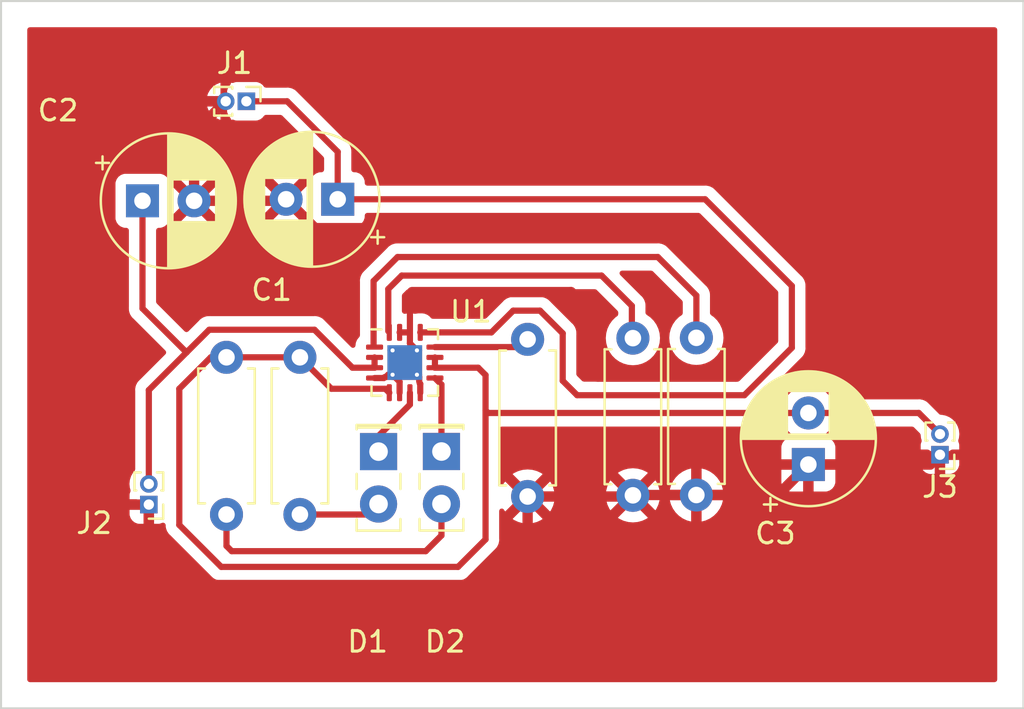
<source format=kicad_pcb>
(kicad_pcb (version 20211014) (generator pcbnew)

  (general
    (thickness 1.6)
  )

  (paper "A4")
  (layers
    (0 "F.Cu" signal)
    (31 "B.Cu" signal)
    (32 "B.Adhes" user "B.Adhesive")
    (33 "F.Adhes" user "F.Adhesive")
    (34 "B.Paste" user)
    (35 "F.Paste" user)
    (36 "B.SilkS" user "B.Silkscreen")
    (37 "F.SilkS" user "F.Silkscreen")
    (38 "B.Mask" user)
    (39 "F.Mask" user)
    (40 "Dwgs.User" user "User.Drawings")
    (41 "Cmts.User" user "User.Comments")
    (42 "Eco1.User" user "User.Eco1")
    (43 "Eco2.User" user "User.Eco2")
    (44 "Edge.Cuts" user)
    (45 "Margin" user)
    (46 "B.CrtYd" user "B.Courtyard")
    (47 "F.CrtYd" user "F.Courtyard")
    (48 "B.Fab" user)
    (49 "F.Fab" user)
    (50 "User.1" user)
    (51 "User.2" user)
    (52 "User.3" user)
    (53 "User.4" user)
    (54 "User.5" user)
    (55 "User.6" user)
    (56 "User.7" user)
    (57 "User.8" user)
    (58 "User.9" user)
  )

  (setup
    (stackup
      (layer "F.SilkS" (type "Top Silk Screen"))
      (layer "F.Paste" (type "Top Solder Paste"))
      (layer "F.Mask" (type "Top Solder Mask") (thickness 0.01))
      (layer "F.Cu" (type "copper") (thickness 0.035))
      (layer "dielectric 1" (type "core") (thickness 1.51) (material "FR4") (epsilon_r 4.5) (loss_tangent 0.02))
      (layer "B.Cu" (type "copper") (thickness 0.035))
      (layer "B.Mask" (type "Bottom Solder Mask") (thickness 0.01))
      (layer "B.Paste" (type "Bottom Solder Paste"))
      (layer "B.SilkS" (type "Bottom Silk Screen"))
      (copper_finish "None")
      (dielectric_constraints no)
    )
    (pad_to_mask_clearance 0)
    (pcbplotparams
      (layerselection 0x00010fc_ffffffff)
      (disableapertmacros false)
      (usegerberextensions false)
      (usegerberattributes true)
      (usegerberadvancedattributes true)
      (creategerberjobfile true)
      (svguseinch false)
      (svgprecision 6)
      (excludeedgelayer true)
      (plotframeref false)
      (viasonmask false)
      (mode 1)
      (useauxorigin false)
      (hpglpennumber 1)
      (hpglpenspeed 20)
      (hpglpendiameter 15.000000)
      (dxfpolygonmode true)
      (dxfimperialunits true)
      (dxfusepcbnewfont true)
      (psnegative false)
      (psa4output false)
      (plotreference true)
      (plotvalue true)
      (plotinvisibletext false)
      (sketchpadsonfab false)
      (subtractmaskfromsilk false)
      (outputformat 1)
      (mirror false)
      (drillshape 1)
      (scaleselection 1)
      (outputdirectory "")
    )
  )

  (net 0 "")
  (net 1 "Net-(C1-Pad1)")
  (net 2 "GND")
  (net 3 "Net-(J2-Pad2)")
  (net 4 "Net-(U1-Pad5)")
  (net 5 "Net-(D1-Pad1)")
  (net 6 "Net-(D1-Pad2)")
  (net 7 "Net-(D2-Pad1)")
  (net 8 "Net-(D2-Pad2)")
  (net 9 "Net-(R1-Pad2)")
  (net 10 "Net-(R2-Pad2)")
  (net 11 "Net-(TH1-Pad1)")

  (footprint "Package_DFN_QFN:VQFN-16-1EP_3x3mm_P0.5mm_EP1.68x1.68mm_ThermalVias" (layer "F.Cu") (at 130.048 77.216))

  (footprint "Resistor_THT:R_Axial_DIN0207_L6.3mm_D2.5mm_P7.62mm_Horizontal" (layer "F.Cu") (at 144.175 76.0175 -90))

  (footprint "LED_THT:LED_Rectangular_W5.0mm_H2.0mm" (layer "F.Cu") (at 131.826 81.529 -90))

  (footprint "Capacitor_THT:CP_Radial_D6.3mm_P2.50mm" (layer "F.Cu") (at 117.342621 69.375))

  (footprint "Resistor_THT:R_Axial_DIN0207_L6.3mm_D2.5mm_P7.62mm_Horizontal" (layer "F.Cu") (at 141.1 83.6525 90))

  (footprint "Capacitor_THT:CP_Radial_D6.3mm_P2.50mm" (layer "F.Cu") (at 149.6 82.16 90))

  (footprint "Capacitor_THT:CP_Radial_D6.3mm_P2.50mm" (layer "F.Cu") (at 126.8 69.3 180))

  (footprint "Connector_PinHeader_1.00mm:PinHeader_1x02_P1.00mm_Vertical" (layer "F.Cu") (at 117.65 84.1 180))

  (footprint "Connector_PinHeader_1.00mm:PinHeader_1x02_P1.00mm_Vertical" (layer "F.Cu") (at 155.975 81.685 180))

  (footprint "Connector_PinHeader_1.00mm:PinHeader_1x02_P1.00mm_Vertical" (layer "F.Cu") (at 122.375 64.55 -90))

  (footprint "LED_THT:LED_Rectangular_W5.0mm_H2.0mm" (layer "F.Cu") (at 128.778 81.534 -90))

  (footprint "Resistor_THT:R_Axial_DIN0207_L6.3mm_D2.5mm_P7.62mm_Horizontal" (layer "F.Cu") (at 124.968 84.582 90))

  (footprint "Resistor_THT:R_Axial_DIN0207_L6.3mm_D2.5mm_P7.62mm_Horizontal" (layer "F.Cu") (at 136 83.71 90))

  (footprint "Resistor_THT:R_Axial_DIN0207_L6.3mm_D2.5mm_P7.62mm_Horizontal" (layer "F.Cu") (at 121.412 84.582 90))

  (gr_line (start 110.49 59.69) (end 160.02 59.69) (layer "Edge.Cuts") (width 0.1) (tstamp 3a6b76cb-026e-4f9e-91fe-a31a9202de77))
  (gr_line (start 160.02 93.98) (end 110.49 93.98) (layer "Edge.Cuts") (width 0.1) (tstamp 82f79092-2a9e-4d7c-9b05-5f258647ddd4))
  (gr_line (start 110.49 93.98) (end 110.49 59.69) (layer "Edge.Cuts") (width 0.1) (tstamp 97dd54d9-992e-4582-ba5b-1e0134ff95a7))
  (gr_line (start 160.02 59.69) (end 160.02 93.98) (layer "Edge.Cuts") (width 0.1) (tstamp e26f24c2-4827-4ccf-92ce-6a29dd71fd5f))

  (segment (start 122.375 64.55) (end 124.35 64.55) (width 0.3) (layer "F.Cu") (net 1) (tstamp 1261c69c-0969-41e0-9cc7-f6bf58c1b4b4))
  (segment (start 148.8 73.5) (end 144.6 69.3) (width 0.3) (layer "F.Cu") (net 1) (tstamp 1857ea27-c8db-4929-a850-2639d69eef03))
  (segment (start 126.8 67) (end 126.8 69.3) (width 0.3) (layer "F.Cu") (net 1) (tstamp 27cdd588-e8d4-4274-b6fc-01ae66a41c33))
  (segment (start 144.6 69.3) (end 126.8 69.3) (width 0.3) (layer "F.Cu") (net 1) (tstamp 3087c934-6dc8-4baa-a43e-e5d2bb383ea9))
  (segment (start 124.35 64.55) (end 126.8 67) (width 0.3) (layer "F.Cu") (net 1) (tstamp 34317168-5aa0-47d9-8a52-a36042951623))
  (segment (start 137.7 75.8) (end 137.7 78.1) (width 0.3) (layer "F.Cu") (net 1) (tstamp 8122d23e-3417-4677-9ee1-0b453f5699ca))
  (segment (start 135.3 74.7) (end 136.6 74.7) (width 0.3) (layer "F.Cu") (net 1) (tstamp 913cc820-07f6-4970-9a77-b602762f968a))
  (segment (start 136.6 74.7) (end 137.7 75.8) (width 0.3) (layer "F.Cu") (net 1) (tstamp 984c574d-7273-4798-8d33-8e6110cd5fb7))
  (segment (start 134.2465 75.7535) (end 135.3 74.7) (width 0.3) (layer "F.Cu") (net 1) (tstamp 9e025943-d74a-4363-b4c4-fdc89e8ba81c))
  (segment (start 146.5 78.8) (end 148.8 76.5) (width 0.3) (layer "F.Cu") (net 1) (tstamp b28fe001-1c4b-40e8-9e18-8e09083d551f))
  (segment (start 130.798 75.7535) (end 134.2465 75.7535) (width 0.3) (layer "F.Cu") (net 1) (tstamp c503ce7a-77c3-48b1-a014-eda1ce757edb))
  (segment (start 138.4 78.8) (end 146.5 78.8) (width 0.3) (layer "F.Cu") (net 1) (tstamp da3cde02-4146-4a2d-93a8-b1eac7e90718))
  (segment (start 137.7 78.1) (end 138.4 78.8) (width 0.3) (layer "F.Cu") (net 1) (tstamp e0a52798-a311-479d-9835-535a782c0d64))
  (segment (start 148.8 76.5) (end 148.8 73.5) (width 0.3) (layer "F.Cu") (net 1) (tstamp e74e94ab-2320-4631-bc37-b0ec11f94095))
  (segment (start 130.798 78.6785) (end 130.798 78.249363) (width 0.3) (layer "F.Cu") (net 2) (tstamp 02d94e6e-fbd5-472e-b1b0-9747da675fe3))
  (segment (start 129.126319 77.923681) (end 129.244 77.806) (width 0.3) (layer "F.Cu") (net 2) (tstamp 0627484d-94d8-4c1e-ba47-d66f88e93800))
  (segment (start 117.65 84.1) (end 117.65 86.65) (width 0.5) (layer "F.Cu") (net 2) (tstamp 0761e209-a383-4f28-a3ab-3df9f06fa6b8))
  (segment (start 130.298 73.902) (end 130.4 73.8) (width 0.4) (layer "F.Cu") (net 2) (tstamp 0e523b21-4bc2-4cfd-9b83-11c955ccb417))
  (segment (start 114.95 68.4) (end 116.357379 66.992621) (width 0.5) (layer "F.Cu") (net 2) (tstamp 20987d93-188f-4158-9401-481942197c61))
  (segment (start 146.5 74) (end 143.2 70.7) (width 0.5) (layer "F.Cu") (net 2) (tstamp 37699412-14db-49df-b3e3-f8eaa1d9f285))
  (segment (start 141.09 83.6425) (end 141.1 83.6525) (width 0.5) (layer "F.Cu") (net 2) (tstamp 41f2d701-2874-4540-ac35-3f962c80887e))
  (segment (start 116.1 84.1) (end 114.95 82.95) (width 0.5) (layer "F.Cu") (net 2) (tstamp 4263325d-41fb-4878-8f50-9dcbfbae0a09))
  (segment (start 138.1 73.8) (end 139 74.7) (width 0.5) (layer "F.Cu") (net 2) (tstamp 466febc9-bf78-4d88-8ef4-732ce1116ef8))
  (segment (start 136 83.71) (end 141.0425 83.71) (width 0.5) (layer "F.Cu") (net 2) (tstamp 49b66d4c-1930-494c-9198-95e0cf609bfc))
  (segment (start 124.225 69.375) (end 124.3 69.3) (width 0.5) (layer "F.Cu") (net 2) (tstamp 4cae5f94-986b-4aa9-811e-180f528615ce))
  (segment (start 119.842621 66.082379) (end 121.375 64.55) (width 0.5) (layer "F.Cu") (net 2) (tstamp 4f950051-e8e9-4d74-b4ba-8b1b94a1263e))
  (segment (start 119.842621 66.992621) (end 119.842621 69.375) (width 0.5) (layer "F.Cu") (net 2) (tstamp 51aa20dd-80aa-4aee-9e4f-b270f9b62fe8))
  (segment (start 130.638 77.806) (end 130.748 77.916) (width 0.3) (layer "F.Cu") (net 2) (tstamp 52a8fb2f-6ebd-4f92-aad3-e60161b8e9e6))
  (segment (start 130.298 75.7535) (end 130.298 73.902) (width 0.3) (layer "F.Cu") (net 2) (tstamp 5d70d404-9b82-4a38-bf23-3dcd86689b18))
  (segment (start 119.842621 69.375) (end 124.225 69.375) (width 0.5) (layer "F.Cu") (net 2) (tstamp 610bd3bd-4d58-4b96-a23e-c13afd73c3b0))
  (segment (start 117.65 86.65) (end 119 88) (width 0.5) (layer "F.Cu") (net 2) (tstamp 62cb84cb-04a9-4615-9dc5-e4e860970019))
  (segment (start 116.357379 66.992621) (end 119.842621 66.992621) (width 0.5) (layer "F.Cu") (net 2) (tstamp 6321f820-f70d-4166-bd4a-29eab5d1197e))
  (segment (start 130.748 77.916) (end 130.748 78.132637) (width 0.3) (layer "F.Cu") (net 2) (tstamp 635c81e6-ed4d-473e-98fa-9defd6cce8f3))
  (segment (start 149.6 82.16) (end 155.5 82.16) (width 0.5) (layer "F.Cu") (net 2) (tstamp 692f867c-fe02-4710-b1fd-9e5a2c0929bb))
  (segment (start 114.95 82.95) (end 114.95 68.4) (width 0.5) (layer "F.Cu") (net 2) (tstamp 6a09d0ea-ad95-4cbe-8982-21026b06ec37))
  (segment (start 129.034 77.966) (end 129.076319 77.923681) (width 0.3) (layer "F.Cu") (net 2) (tstamp 6beea429-da96-43eb-ad43-0daa8922d9f0))
  (segment (start 128.5855 77.966) (end 129.034 77.966) (width 0.3) (layer "F.Cu") (net 2) (tstamp 702f734b-47ea-4eb1-91b4-4b633ae4e011))
  (segment (start 155.5 82.16) (end 155.975 81.685) (width 0.5) (layer "F.Cu") (net 2) (tstamp 77fd9e32-daee-4633-96fe-f04cdf55f660))
  (segment (start 129.244 77.806) (end 129.458 77.806) (width 0.3) (layer "F.Cu") (net 2) (tstamp 7aa89d3c-59f5-4c19-87d1-d44698b13b4a))
  (segment (start 136 86.5) (end 136 83.71) (width 0.5) (layer "F.Cu") (net 2) (tstamp 7f47a7c7-4059-47fa-a536-2f9cc699b5fb))
  (segment (start 144.175 83.6375) (end 141.065 83.6375) (width 0.5) (layer "F.Cu") (net 2) (tstamp 89c9bc23-c659-4e3b-b760-f55e156c48be))
  (segment (start 143.2 70.7) (end 125.7 70.7) (width 0.5) (layer "F.Cu") (net 2) (tstamp 8eb27ae4-d0b0-4726-9868-19eb05735d3a))
  (segment (start 144.175 83.6375) (end 148.1225 83.6375) (width 0.5) (layer "F.Cu") (net 2) (tstamp 9df59c36-768b-47fd-bef5-52830dab0ff7))
  (segment (start 146.5 77.5) (end 146.5 74) (width 0.5) (layer "F.Cu") (net 2) (tstamp 9f8c8904-c573-4310-8d9f-00151d5d4d3c))
  (segment (start 141.065 83.6375) (end 141.05 83.6525) (width 0.5) (layer "F.Cu") (net 2) (tstamp a26122b0-97be-4de8-92e4-4be39965677a))
  (segment (start 148.1225 83.6375) (end 149.6 82.16) (width 0.5) (layer "F.Cu") (net 2) (tstamp a4df899c-106a-4b8a-99ce-fb883193ec4c))
  (segment (start 130.298 76.286) (end 130.298 75.7535) (width 0.3) (layer "F.Cu") (net 2) (tstamp ab444b09-5b49-4a28-af76-e3ad04f0761c))
  (segment (start 130.798 78.249363) (end 130.773 78.224363) (width 0.3) (layer "F.Cu") (net 2) (tstamp ac7beebc-5d31-494d-a72d-6f649a25ec11))
  (segment (start 130.4 73.8) (end 138.1 73.8) (width 0.5) (layer "F.Cu") (net 2) (tstamp ad5f27c0-5624-4ae8-9a8c-49a8cc9e8ed0))
  (segment (start 129.798 78.146) (end 129.458 77.806) (width 0.3) (layer "F.Cu") (net 2) (tstamp b2a319f8-ed21-4d3e-bf2d-4193d76191a8))
  (segment (start 117.65 84.1) (end 116.1 84.1) (width 0.5) (layer "F.Cu") (net 2) (tstamp b6b57bb3-c63c-4453-b90c-b9b9303d9a04))
  (segment (start 146.1 77.9) (end 146.5 77.5) (width 0.5) (layer "F.Cu") (net 2) (tstamp c0f1b444-c3a2-4b16-90a8-77b9646959c2))
  (segment (start 119.842621 66.992621) (end 119.842621 66.082379) (width 0.5) (layer "F.Cu") (net 2) (tstamp cabb719d-edd9-4cd4-8094-e097f7913f32))
  (segment (start 129.798 78.6785) (end 129.798 78.146) (width 0.3) (layer "F.Cu") (net 2) (tstamp cd154ffe-0909-4c9a-9925-3e76edf111ce))
  (segment (start 119 88) (end 134.5 88) (width 0.5) (layer "F.Cu") (net 2) (tstamp cefcb5c1-79aa-4556-ae14-05360667b777))
  (segment (start 139 77.5) (end 139.4 77.9) (width 0.5) (layer "F.Cu") (net 2) (tstamp d3c243f5-6084-4ae1-a3ec-028b545b964d))
  (segment (start 129.798 75.7535) (end 130.298 75.7535) (width 0.3) (layer "F.Cu") (net 2) (tstamp d5fcd160-bdfa-4b23-9cc3-4845da4d2e7c))
  (segment (start 125.7 70.7) (end 124.3 69.3) (width 0.5) (layer "F.Cu") (net 2) (tstamp d754a0c3-5ddd-488d-a3f8-d0de1ca10b1c))
  (segment (start 139 74.7) (end 139 77.5) (width 0.5) (layer "F.Cu") (net 2) (tstamp e6bc9ed3-884c-402f-b3e7-d19d6f9fc09d))
  (segment (start 129.076319 77.923681) (end 129.126319 77.923681) (width 0.3) (layer "F.Cu") (net 2) (tstamp ed2de70b-2aed-44d7-b7c7-bdef4b43fb95))
  (segment (start 134.5 88) (end 136 86.5) (width 0.5) (layer "F.Cu") (net 2) (tstamp eed599fd-a704-4bf8-ae23-f32627532f2c))
  (segment (start 139.4 77.9) (end 146.1 77.9) (width 0.5) (layer "F.Cu") (net 2) (tstamp fc40185f-fae7-4e0f-91e1-fc9946af2f1c))
  (segment (start 130.298 76.286) (end 130.638 76.626) (width 0.3) (layer "F.Cu") (net 2) (tstamp fca99ba7-9cf5-4549-982f-ca9516cf7190))
  (segment (start 117.342621 74.592621) (end 119.475 76.725) (width 0.3) (layer "F.Cu") (net 3) (tstamp 0cf53974-1bba-4acb-b74f-3da92b87a511))
  (segment (start 120.575 75.625) (end 119.475 76.725) (width 0.3) (layer "F.Cu") (net 3) (tstamp 1277ced7-e523-488a-94ee-19d43bc3b068))
  (segment (start 117.65 78.55) (end 117.65 83.1) (width 0.3) (layer "F.Cu") (net 3) (tstamp 3d3c7057-5d33-4c9d-927e-6ad68ca48c2e))
  (segment (start 128.5855 77.466) (end 128.5855 76.966) (width 0.3) (layer "F.Cu") (net 3) (tstamp 3fb83804-4de5-4d98-938f-fa82932cf831))
  (segment (start 125.675 75.625) (end 120.575 75.625) (width 0.3) (layer "F.Cu") (net 3) (tstamp ac35280d-4702-4b06-a89d-21dacbbbe1c9))
  (segment (start 117.342621 69.375) (end 117.342621 74.592621) (width 0.3) (layer "F.Cu") (net 3) (tstamp cabb94e4-3126-4be8-88e1-fb12d3415049))
  (segment (start 127.516 77.466) (end 125.675 75.625) (width 0.3) (layer "F.Cu") (net 3) (tstamp d04447f3-1f3d-4ac8-b2e5-fe590a00d78b))
  (segment (start 128.5855 77.466) (end 127.516 77.466) (width 0.3) (layer "F.Cu") (net 3) (tstamp d6eccfc5-6d70-4a5f-9e9f-96cb88dd1ba6))
  (segment (start 119.475 76.725) (end 117.65 78.55) (width 0.3) (layer "F.Cu") (net 3) (tstamp f1ac4ee7-83a1-43db-a1ec-8158256eda04))
  (segment (start 129.1055 78.486) (end 129.298 78.6785) (width 0.3) (layer "F.Cu") (net 4) (tstamp 1bc8083e-043d-4aa4-a4c4-6c9071f35e41))
  (segment (start 121.412 76.962) (end 124.968 76.962) (width 0.3) (layer "F.Cu") (net 4) (tstamp 24d85b78-6f13-4bbc-b31c-89b5a8974a09))
  (segment (start 133.962 79.538) (end 133.962 85.788) (width 0.3) (layer "F.Cu") (net 4) (tstamp 264ccad7-dfcb-451d-baa5-d4d7ebd75202))
  (segment (start 121.158 87.122) (end 119.126 85.09) (width 0.3) (layer "F.Cu") (net 4) (tstamp 2be8cebf-76f9-42ae-928a-9b12654ffe6d))
  (segment (start 134.084 79.66) (end 133.962 79.538) (width 0.3) (layer "F.Cu") (net 4) (tstamp 54b17e03-6747-4205-b7b5-91df013962ee))
  (segment (start 119.126 78.486) (end 120.65 76.962) (width 0.3) (layer "F.Cu") (net 4) (tstamp 5f5cb296-f0be-48ca-9fe3-0d36a4dac911))
  (segment (start 133.962 85.788) (end 132.628 87.122) (width 0.3) (layer "F.Cu") (net 4) (tstamp 628c1525-67f8-44b7-ae89-c948b310ae2d))
  (segment (start 126.492 78.486) (end 129.1055 78.486) (width 0.3) (layer "F.Cu") (net 4) (tstamp 73fd56e7-72ef-4a1d-bd02-0b2b989cff90))
  (segment (start 120.65 76.962) (end 121.412 76.962) (width 0.3) (layer "F.Cu") (net 4) (tstamp a2d555ad-d53f-498d-8d00-f2fd4fd41a2d))
  (segment (start 133.6055 77.466) (end 133.962 77.8225) (width 0.3) (layer "F.Cu") (net 4) (tstamp a63ce334-31fc-4350-a8fb-6e74aada2f64))
  (segment (start 149.6 79.66) (end 154.95 79.66) (width 0.3) (layer "F.Cu") (net 4) (tstamp a95a93a8-d9dd-47c2-ba3d-4df288ac33c0))
  (segment (start 131.5105 77.466) (end 133.6055 77.466) (width 0.3) (layer "F.Cu") (net 4) (tstamp ac82b74b-6d43-4b51-ae9a-cbfff09e0d55))
  (segment (start 133.962 77.8225) (end 133.962 79.538) (width 0.3) (layer "F.Cu") (net 4) (tstamp b9368189-fd5e-43dc-9f47-ba6a938adc04))
  (segment (start 154.95 79.66) (end 155.975 80.685) (width 0.3) (layer "F.Cu") (net 4) (tstamp c553347f-64d0-417f-8c0a-472db27b15d9))
  (segment (start 131.5105 77.466) (end 131.5105 76.966) (width 0.3) (layer "F.Cu") (net 4) (tstamp c7f19948-59b3-4e1c-878f-348c382e8860))
  (segment (start 119.126 85.09) (end 119.126 78.486) (width 0.3) (layer "F.Cu") (net 4) (tstamp e74855f8-91da-4dbf-955c-597c3f820995))
  (segment (start 132.628 87.122) (end 121.158 87.122) (width 0.3) (layer "F.Cu") (net 4) (tstamp f6d3c9ef-f6fa-4735-9fdb-b71a4331c664))
  (segment (start 124.968 76.962) (end 126.492 78.486) (width 0.3) (layer "F.Cu") (net 4) (tstamp f825b548-691c-4c0e-94ef-2b2843135512))
  (segment (start 149.6 79.66) (end 134.084 79.66) (width 0.3) (layer "F.Cu") (net 4) (tstamp fc549f97-02a5-42d8-a546-ffc71f080ad0))
  (segment (start 130.298 78.6785) (end 130.298 79.252) (width 0.3) (layer "F.Cu") (net 5) (tstamp 562d9b9e-680b-48e3-a663-163b8b9d284e))
  (segment (start 128.778 80.772) (end 128.778 81.534) (width 0.3) (layer "F.Cu") (net 5) (tstamp 8e6bf635-5094-48ad-9df3-c2de3a386e62))
  (segment (start 130.298 79.252) (end 128.778 80.772) (width 0.3) (layer "F.Cu") (net 5) (tstamp ef1c8508-5b2c-4844-9083-10ea59a600dd))
  (segment (start 124.968 84.582) (end 128.27 84.582) (width 0.3) (layer "F.Cu") (net 6) (tstamp 650c694d-cd5f-4e10-958d-193e9616d639))
  (segment (start 128.27 84.582) (end 128.778 84.074) (width 0.3) (layer "F.Cu") (net 6) (tstamp f6e16955-9449-4b88-ab51-f532f1e898ad))
  (segment (start 131.5105 77.966) (end 131.826 78.2815) (width 0.3) (layer "F.Cu") (net 7) (tstamp 3f4df16e-9bdf-4daa-9769-14c445de7e26))
  (segment (start 131.826 78.2815) (end 131.826 81.529) (width 0.3) (layer "F.Cu") (net 7) (tstamp 6e7065cc-26b5-40b9-90f4-a92cf586c1c5))
  (segment (start 131.826 85.598) (end 131.064 86.36) (width 0.3) (layer "F.Cu") (net 8) (tstamp 1ad6169f-4941-434f-9f38-f2c174b38cb2))
  (segment (start 121.412 86.106) (end 121.412 84.582) (width 0.3) (layer "F.Cu") (net 8) (tstamp 605916a9-0a01-4a3e-839f-74a231ac4265))
  (segment (start 131.826 84.069) (end 131.826 85.598) (width 0.3) (layer "F.Cu") (net 8) (tstamp 67b5065d-a663-4c73-a8b0-4d8e160412c0))
  (segment (start 121.666 86.36) (end 121.412 86.106) (width 0.3) (layer "F.Cu") (net 8) (tstamp 943e82b2-39f9-4d5c-b9a9-3798a51d1a9a))
  (segment (start 131.064 86.36) (end 121.666 86.36) (width 0.3) (layer "F.Cu") (net 8) (tstamp d9a57a1d-3b9e-4c63-b2e5-3de36c50fec0))
  (segment (start 131.5105 76.466) (end 135.624 76.466) (width 0.3) (layer "F.Cu") (net 9) (tstamp 3d88d239-49c9-42da-92ce-943e172ec695))
  (segment (start 135.624 76.466) (end 136 76.09) (width 0.3) (layer "F.Cu") (net 9) (tstamp 3ee8e0b5-7b59-4524-bbc4-ea12fd6f9bcc))
  (segment (start 129.25 75.694394) (end 129.25 73.65) (width 0.3) (layer "F.Cu") (net 10) (tstamp 7d76b6f9-9c08-4b09-9870-89d68e535f08))
  (segment (start 139.5825 73) (end 141.05 74.4675) (width 0.3) (layer "F.Cu") (net 10) (tstamp 9db40a79-c3e2-400d-a870-346340b6140c))
  (segment (start 129.25 73.65) (end 129.9 73) (width 0.3) (layer "F.Cu") (net 10) (tstamp bd2d060b-1ab9-4fac-aef3-6ae33991956d))
  (segment (start 141.05 74.4675) (end 141.05 76.0325) (width 0.3) (layer "F.Cu") (net 10) (tstamp d9f79069-6f02-4e33-baa5-24542c0b774c))
  (segment (start 129.9 73) (end 139.5825 73) (width 0.3) (layer "F.Cu") (net 10) (tstamp e6498939-5677-4c62-af02-63e312b878fe))
  (segment (start 144.175 73.9675) (end 144.175 76.0175) (width 0.3) (layer "F.Cu") (net 11) (tstamp 04802a65-bd03-4169-b5a3-aa8b317e4354))
  (segment (start 142.3075 72.1) (end 144.175 73.9675) (width 0.3) (layer "F.Cu") (net 11) (tstamp 381cd099-bed8-45e7-a7db-4f0f74a69ec8))
  (segment (start 129.7 72.1) (end 142.3075 72.1) (width 0.3) (layer "F.Cu") (net 11) (tstamp b69f6fd2-8ae6-4b84-82ec-11206f2f0733))
  (segment (start 128.5375 76.406894) (end 128.5375 73.2625) (width 0.3) (layer "F.Cu") (net 11) (tstamp ee975b52-19a0-4a6c-a895-9adc47b293d6))
  (segment (start 128.5375 73.2625) (end 129.7 72.1) (width 0.3) (layer "F.Cu") (net 11) (tstamp f6d04025-23b2-4e2d-b571-49424ca777cd))

  (zone (net 2) (net_name "GND") (layer "F.Cu") (tstamp 9c26d28d-aeca-46c2-87f9-16a0cbff8fb0) (hatch edge 0.508)
    (connect_pads (clearance 0.508))
    (min_thickness 0.254) (filled_areas_thickness no)
    (fill yes (thermal_gap 0.508) (thermal_bridge_width 0.508))
    (polygon
      (pts
        (xy 158.75 92.71)
        (xy 111.76 92.71)
        (xy 111.76 60.96)
        (xy 158.75 60.96)
      )
    )
    (filled_polygon
      (layer "F.Cu")
      (pts
        (xy 158.692121 60.980002)
        (xy 158.738614 61.033658)
        (xy 158.75 61.086)
        (xy 158.75 92.584)
        (xy 158.729998 92.652121)
        (xy 158.676342 92.698614)
        (xy 158.624 92.71)
        (xy 111.886 92.71)
        (xy 111.817879 92.689998)
        (xy 111.771386 92.636342)
        (xy 111.76 92.584)
        (xy 111.76 84.569669)
        (xy 116.717001 84.569669)
        (xy 116.717371 84.57649)
        (xy 116.722895 84.627352)
        (xy 116.726521 84.642604)
        (xy 116.771676 84.763054)
        (xy 116.780214 84.778649)
        (xy 116.856715 84.880724)
        (xy 116.869276 84.893285)
        (xy 116.971351 84.969786)
        (xy 116.986946 84.978324)
        (xy 117.107394 85.023478)
        (xy 117.122649 85.027105)
        (xy 117.173514 85.032631)
        (xy 117.180328 85.033)
        (xy 117.377885 85.033)
        (xy 117.393124 85.028525)
        (xy 117.394329 85.027135)
        (xy 117.396 85.019452)
        (xy 117.396 84.372115)
        (xy 117.391525 84.356876)
        (xy 117.390135 84.355671)
        (xy 117.382452 84.354)
        (xy 116.735116 84.354)
        (xy 116.719877 84.358475)
        (xy 116.718672 84.359865)
        (xy 116.717001 84.367548)
        (xy 116.717001 84.569669)
        (xy 111.76 84.569669)
        (xy 111.76 70.223134)
        (xy 116.034121 70.223134)
        (xy 116.040876 70.285316)
        (xy 116.092006 70.421705)
        (xy 116.17936 70.538261)
        (xy 116.295916 70.625615)
        (xy 116.432305 70.676745)
        (xy 116.494487 70.6835)
        (xy 116.558121 70.6835)
        (xy 116.626242 70.703502)
        (xy 116.672735 70.757158)
        (xy 116.684121 70.8095)
        (xy 116.684121 74.510565)
        (xy 116.683562 74.522421)
        (xy 116.681833 74.530158)
        (xy 116.682082 74.53808)
        (xy 116.684059 74.60099)
        (xy 116.684121 74.604948)
        (xy 116.684121 74.634053)
        (xy 116.684677 74.638453)
        (xy 116.685609 74.650285)
        (xy 116.687059 74.696452)
        (xy 116.689271 74.704065)
        (xy 116.689271 74.704066)
        (xy 116.69304 74.717037)
        (xy 116.697051 74.736403)
        (xy 116.699739 74.757685)
        (xy 116.702655 74.76505)
        (xy 116.702656 74.765054)
        (xy 116.716747 74.800642)
        (xy 116.720586 74.811852)
        (xy 116.733476 74.856221)
        (xy 116.744396 74.874686)
        (xy 116.753087 74.892426)
        (xy 116.760986 74.912377)
        (xy 116.788137 74.949747)
        (xy 116.794654 74.959669)
        (xy 116.814128 74.992598)
        (xy 116.814131 74.992602)
        (xy 116.818168 74.999428)
        (xy 116.833332 75.014592)
        (xy 116.846172 75.029625)
        (xy 116.85878 75.046978)
        (xy 116.894373 75.076423)
        (xy 116.903153 75.084413)
        (xy 118.454645 76.635905)
        (xy 118.488671 76.698217)
        (xy 118.483606 76.769032)
        (xy 118.454645 76.814095)
        (xy 117.242395 78.026345)
        (xy 117.233615 78.034335)
        (xy 117.233613 78.034337)
        (xy 117.22692 78.038584)
        (xy 117.221494 78.044362)
        (xy 117.221493 78.044363)
        (xy 117.178396 78.090257)
        (xy 117.175641 78.093099)
        (xy 117.155073 78.113667)
        (xy 117.152356 78.11717)
        (xy 117.144648 78.126195)
        (xy 117.113028 78.159867)
        (xy 117.109207 78.166818)
        (xy 117.109206 78.166819)
        (xy 117.102697 78.178658)
        (xy 117.091843 78.195182)
        (xy 117.085135 78.203831)
        (xy 117.078696 78.212132)
        (xy 117.075549 78.219404)
        (xy 117.075548 78.219406)
        (xy 117.060346 78.254535)
        (xy 117.055124 78.265195)
        (xy 117.032876 78.305663)
        (xy 117.027541 78.326441)
        (xy 117.021142 78.345131)
        (xy 117.01262 78.364824)
        (xy 117.008539 78.390593)
        (xy 117.005394 78.410448)
        (xy 117.002987 78.422071)
        (xy 117.001934 78.426172)
        (xy 116.9915 78.466812)
        (xy 116.9915 78.488259)
        (xy 116.989949 78.507969)
        (xy 116.986594 78.529152)
        (xy 116.98734 78.537043)
        (xy 116.990941 78.575138)
        (xy 116.9915 78.586996)
        (xy 116.9915 82.387878)
        (xy 116.971498 82.455999)
        (xy 116.959137 82.472188)
        (xy 116.890623 82.54828)
        (xy 116.792508 82.71822)
        (xy 116.790466 82.724505)
        (xy 116.737419 82.887768)
        (xy 116.73187 82.904845)
        (xy 116.73118 82.911408)
        (xy 116.73118 82.911409)
        (xy 116.719844 83.019261)
        (xy 116.711358 83.1)
        (xy 116.712048 83.106565)
        (xy 116.721211 83.193739)
        (xy 116.73187 83.295155)
        (xy 116.761416 83.386089)
        (xy 116.763444 83.457054)
        (xy 116.759565 83.469253)
        (xy 116.726522 83.557395)
        (xy 116.722895 83.572649)
        (xy 116.717369 83.623514)
        (xy 116.717 83.630328)
        (xy 116.717 83.827885)
        (xy 116.721475 83.843124)
        (xy 116.722865 83.844329)
        (xy 116.730548 83.846)
        (xy 117.047676 83.846)
        (xy 117.115797 83.866002)
        (xy 117.121737 83.870064)
        (xy 117.175324 83.908997)
        (xy 117.180679 83.912888)
        (xy 117.186707 83.915572)
        (xy 117.186709 83.915573)
        (xy 117.249012 83.943312)
        (xy 117.359944 83.992702)
        (xy 117.455914 84.013101)
        (xy 117.545428 84.032128)
        (xy 117.545432 84.032128)
        (xy 117.551885 84.0335)
        (xy 117.748115 84.0335)
        (xy 117.754572 84.032128)
        (xy 117.761143 84.031437)
        (xy 117.761354 84.033446)
        (xy 117.822591 84.038117)
        (xy 117.879225 84.080933)
        (xy 117.90372 84.14757)
        (xy 117.904 84.155963)
        (xy 117.904 85.014884)
        (xy 117.908475 85.030123)
        (xy 117.909865 85.031328)
        (xy 117.917548 85.032999)
        (xy 118.119669 85.032999)
        (xy 118.12649 85.032629)
        (xy 118.177352 85.027105)
        (xy 118.192603 85.023479)
        (xy 118.297267 84.984242)
        (xy 118.368074 84.979059)
        (xy 118.430443 85.01298)
        (xy 118.464573 85.075235)
        (xy 118.467444 85.098556)
        (xy 118.467447 85.098659)
        (xy 118.4675 85.102327)
        (xy 118.4675 85.131432)
        (xy 118.468056 85.135832)
        (xy 118.468988 85.147664)
        (xy 118.470438 85.193831)
        (xy 118.47265 85.201444)
        (xy 118.47265 85.201445)
        (xy 118.476419 85.214416)
        (xy 118.48043 85.233784)
        (xy 118.481627 85.243257)
        (xy 118.483118 85.255064)
        (xy 118.486034 85.262429)
        (xy 118.486035 85.262433)
        (xy 118.500126 85.298021)
        (xy 118.503965 85.309231)
        (xy 118.516855 85.3536)
        (xy 118.527775 85.372065)
        (xy 118.536466 85.389805)
        (xy 118.544365 85.409756)
        (xy 118.571516 85.447126)
        (xy 118.578033 85.457048)
        (xy 118.597507 85.489977)
        (xy 118.59751 85.489981)
        (xy 118.601547 85.496807)
        (xy 118.616711 85.511971)
        (xy 118.629551 85.527004)
        (xy 118.642159 85.544357)
        (xy 118.662282 85.561004)
        (xy 118.677752 85.573802)
        (xy 118.686532 85.581792)
        (xy 120.634345 87.529605)
        (xy 120.642335 87.538385)
        (xy 120.646584 87.54508)
        (xy 120.652362 87.550506)
        (xy 120.652363 87.550507)
        (xy 120.698257 87.593604)
        (xy 120.701099 87.596359)
        (xy 120.721667 87.616927)
        (xy 120.72517 87.619644)
        (xy 120.734195 87.627352)
        (xy 120.767867 87.658972)
        (xy 120.774818 87.662793)
        (xy 120.774819 87.662794)
        (xy 120.786658 87.669303)
        (xy 120.803182 87.680157)
        (xy 120.813271 87.687982)
        (xy 120.820132 87.693304)
        (xy 120.827404 87.696451)
        (xy 120.827406 87.696452)
        (xy 120.862535 87.711654)
        (xy 120.873195 87.716876)
        (xy 120.903168 87.733354)
        (xy 120.913663 87.739124)
        (xy 120.934441 87.744459)
        (xy 120.953131 87.750858)
        (xy 120.972824 87.75938)
        (xy 121.007563 87.764882)
        (xy 121.018448 87.766606)
        (xy 121.030071 87.769013)
        (xy 121.054754 87.77535)
        (xy 121.074812 87.7805)
        (xy 121.096259 87.7805)
        (xy 121.115969 87.782051)
        (xy 121.137152 87.785406)
        (xy 121.183141 87.781059)
        (xy 121.194996 87.7805)
        (xy 132.545944 87.7805)
        (xy 132.5578 87.781059)
        (xy 132.557803 87.781059)
        (xy 132.565537 87.782788)
        (xy 132.636369 87.780562)
        (xy 132.640327 87.7805)
        (xy 132.669432 87.7805)
        (xy 132.673832 87.779944)
        (xy 132.685664 87.779012)
        (xy 132.731831 87.777562)
        (xy 132.752421 87.77158)
        (xy 132.771782 87.76757)
        (xy 132.779416 87.766606)
        (xy 132.785204 87.765875)
        (xy 132.785205 87.765875)
        (xy 132.793064 87.764882)
        (xy 132.800429 87.761966)
        (xy 132.800433 87.761965)
        (xy 132.836021 87.747874)
        (xy 132.847231 87.744035)
        (xy 132.8916 87.731145)
        (xy 132.910065 87.720225)
        (xy 132.927805 87.711534)
        (xy 132.947756 87.703635)
        (xy 132.985129 87.676482)
        (xy 132.995048 87.669967)
        (xy 133.027977 87.650493)
        (xy 133.027981 87.65049)
        (xy 133.034807 87.646453)
        (xy 133.049971 87.631289)
        (xy 133.065005 87.618448)
        (xy 133.082357 87.605841)
        (xy 133.111803 87.570247)
        (xy 133.119792 87.561468)
        (xy 134.369605 86.311655)
        (xy 134.378385 86.303665)
        (xy 134.378387 86.303663)
        (xy 134.38508 86.299416)
        (xy 134.433605 86.247742)
        (xy 134.436359 86.244901)
        (xy 134.456927 86.224333)
        (xy 134.459647 86.220826)
        (xy 134.467353 86.211804)
        (xy 134.493544 86.183913)
        (xy 134.498972 86.178133)
        (xy 134.502794 86.171181)
        (xy 134.509303 86.159342)
        (xy 134.520157 86.142818)
        (xy 134.528445 86.132132)
        (xy 134.533304 86.125868)
        (xy 134.536452 86.118594)
        (xy 134.551654 86.083465)
        (xy 134.556876 86.072805)
        (xy 134.575305 86.039284)
        (xy 134.575306 86.039282)
        (xy 134.579124 86.032337)
        (xy 134.584459 86.011559)
        (xy 134.590858 85.992869)
        (xy 134.59938 85.973176)
        (xy 134.606606 85.927552)
        (xy 134.609013 85.915929)
        (xy 134.618528 85.878868)
        (xy 134.6205 85.871188)
        (xy 134.6205 85.849741)
        (xy 134.622051 85.830031)
        (xy 134.624166 85.816677)
        (xy 134.625406 85.808848)
        (xy 134.621059 85.762859)
        (xy 134.6205 85.751004)
        (xy 134.6205 84.796062)
        (xy 135.278493 84.796062)
        (xy 135.287789 84.808077)
        (xy 135.338994 84.843931)
        (xy 135.348489 84.849414)
        (xy 135.545947 84.94149)
        (xy 135.556239 84.945236)
        (xy 135.766688 85.001625)
        (xy 135.777481 85.003528)
        (xy 135.994525 85.022517)
        (xy 136.005475 85.022517)
        (xy 136.222519 85.003528)
        (xy 136.233312 85.001625)
        (xy 136.443761 84.945236)
        (xy 136.454053 84.94149)
        (xy 136.651511 84.849414)
        (xy 136.661006 84.843931)
        (xy 136.713048 84.807491)
        (xy 136.721424 84.797012)
        (xy 136.714356 84.783566)
        (xy 136.669352 84.738562)
        (xy 140.378493 84.738562)
        (xy 140.387789 84.750577)
        (xy 140.438994 84.786431)
        (xy 140.448489 84.791914)
        (xy 140.645947 84.88399)
        (xy 140.656239 84.887736)
        (xy 140.866688 84.944125)
        (xy 140.877481 84.946028)
        (xy 141.094525 84.965017)
        (xy 141.105475 84.965017)
        (xy 141.322519 84.946028)
        (xy 141.333312 84.944125)
        (xy 141.543761 84.887736)
        (xy 141.554053 84.88399)
        (xy 141.751511 84.791914)
        (xy 141.761006 84.786431)
        (xy 141.813048 84.749991)
        (xy 141.821424 84.739512)
        (xy 141.814356 84.726066)
        (xy 141.112812 84.024522)
        (xy 141.098868 84.016908)
        (xy 141.097035 84.017039)
        (xy 141.09042 84.02129)
        (xy 140.384923 84.726787)
        (xy 140.378493 84.738562)
        (xy 136.669352 84.738562)
        (xy 136.012812 84.082022)
        (xy 135.998868 84.074408)
        (xy 135.997035 84.074539)
        (xy 135.99042 84.07879)
        (xy 135.284923 84.784287)
        (xy 135.278493 84.796062)
        (xy 134.6205 84.796062)
        (xy 134.6205 84.414994)
        (xy 134.640502 84.346873)
        (xy 134.694158 84.30038)
        (xy 134.764432 84.290276)
        (xy 134.829012 84.31977)
        (xy 134.8572 84.357114)
        (xy 134.857836 84.356747)
        (xy 134.866069 84.371006)
        (xy 134.902509 84.423048)
        (xy 134.912988 84.431424)
        (xy 134.926434 84.424356)
        (xy 135.627978 83.722812)
        (xy 135.634356 83.711132)
        (xy 136.364408 83.711132)
        (xy 136.364539 83.712965)
        (xy 136.36879 83.71958)
        (xy 137.074287 84.425077)
        (xy 137.086062 84.431507)
        (xy 137.098077 84.422211)
        (xy 137.133931 84.371006)
        (xy 137.139414 84.361511)
        (xy 137.23149 84.164053)
        (xy 137.235236 84.153761)
        (xy 137.291625 83.943312)
        (xy 137.293528 83.932519)
        (xy 137.312517 83.715475)
        (xy 137.312517 83.704525)
        (xy 137.308444 83.657975)
        (xy 139.787483 83.657975)
        (xy 139.806472 83.875019)
        (xy 139.808375 83.885812)
        (xy 139.864764 84.096261)
        (xy 139.86851 84.106553)
        (xy 139.960586 84.304011)
        (xy 139.966069 84.313506)
        (xy 140.002509 84.365548)
        (xy 140.012988 84.373924)
        (xy 140.026434 84.366856)
        (xy 140.727978 83.665312)
        (xy 140.734356 83.653632)
        (xy 141.464408 83.653632)
        (xy 141.464539 83.655465)
        (xy 141.46879 83.66208)
        (xy 142.174287 84.367577)
        (xy 142.186062 84.374007)
        (xy 142.198077 84.364711)
        (xy 142.233931 84.313506)
        (xy 142.239414 84.304011)
        (xy 142.33149 84.106553)
        (xy 142.335236 84.096261)
        (xy 142.386746 83.904022)
        (xy 142.892273 83.904022)
        (xy 142.939764 84.081261)
        (xy 142.94351 84.091553)
        (xy 143.035586 84.289011)
        (xy 143.041069 84.298507)
        (xy 143.166028 84.476967)
        (xy 143.173084 84.485375)
        (xy 143.327125 84.639416)
        (xy 143.335533 84.646472)
        (xy 143.513993 84.771431)
        (xy 143.523489 84.776914)
        (xy 143.720947 84.86899)
        (xy 143.731239 84.872736)
        (xy 143.903503 84.918894)
        (xy 143.917599 84.918558)
        (xy 143.921 84.910616)
        (xy 143.921 84.905467)
        (xy 144.429 84.905467)
        (xy 144.432973 84.918998)
        (xy 144.441522 84.920227)
        (xy 144.618761 84.872736)
        (xy 144.629053 84.86899)
        (xy 144.826511 84.776914)
        (xy 144.836007 84.771431)
        (xy 145.014467 84.646472)
        (xy 145.022875 84.639416)
        (xy 145.176916 84.485375)
        (xy 145.183972 84.476967)
        (xy 145.308931 84.298507)
        (xy 145.314414 84.289011)
        (xy 145.40649 84.091553)
        (xy 145.410236 84.081261)
        (xy 145.456394 83.908997)
        (xy 145.456058 83.894901)
        (xy 145.448116 83.8915)
        (xy 144.447115 83.8915)
        (xy 144.431876 83.895975)
        (xy 144.430671 83.897365)
        (xy 144.429 83.905048)
        (xy 144.429 84.905467)
        (xy 143.921 84.905467)
        (xy 143.921 83.909615)
        (xy 143.916525 83.894376)
        (xy 143.915135 83.893171)
        (xy 143.907452 83.8915)
        (xy 142.907033 83.8915)
        (xy 142.893502 83.895473)
        (xy 142.892273 83.904022)
        (xy 142.386746 83.904022)
        (xy 142.391625 83.885812)
        (xy 142.393528 83.875019)
        (xy 142.412517 83.657975)
        (xy 142.412517 83.647025)
        (xy 142.393528 83.429981)
        (xy 142.391625 83.419188)
        (xy 142.377374 83.366003)
        (xy 142.893606 83.366003)
        (xy 142.893942 83.380099)
        (xy 142.901884 83.3835)
        (xy 143.902885 83.3835)
        (xy 143.918124 83.379025)
        (xy 143.919329 83.377635)
        (xy 143.921 83.369952)
        (xy 143.921 83.365385)
        (xy 144.429 83.365385)
        (xy 144.433475 83.380624)
        (xy 144.434865 83.381829)
        (xy 144.442548 83.3835)
        (xy 145.442967 83.3835)
        (xy 145.456498 83.379527)
        (xy 145.457727 83.370978)
        (xy 145.410236 83.193739)
        (xy 145.40649 83.183447)
        (xy 145.323125 83.004669)
        (xy 148.292001 83.004669)
        (xy 148.292371 83.01149)
        (xy 148.297895 83.062352)
        (xy 148.301521 83.077604)
        (xy 148.346676 83.198054)
        (xy 148.355214 83.213649)
        (xy 148.431715 83.315724)
        (xy 148.444276 83.328285)
        (xy 148.546351 83.404786)
        (xy 148.561946 83.413324)
        (xy 148.682394 83.458478)
        (xy 148.697649 83.462105)
        (xy 148.748514 83.467631)
        (xy 148.755328 83.468)
        (xy 149.327885 83.468)
        (xy 149.343124 83.463525)
        (xy 149.344329 83.462135)
        (xy 149.346 83.454452)
        (xy 149.346 83.449884)
        (xy 149.854 83.449884)
        (xy 149.858475 83.465123)
        (xy 149.859865 83.466328)
        (xy 149.867548 83.467999)
        (xy 150.444669 83.467999)
        (xy 150.45149 83.467629)
        (xy 150.502352 83.462105)
        (xy 150.517604 83.458479)
        (xy 150.638054 83.413324)
        (xy 150.653649 83.404786)
        (xy 150.755724 83.328285)
        (xy 150.768285 83.315724)
        (xy 150.844786 83.213649)
        (xy 150.853324 83.198054)
        (xy 150.898478 83.077606)
        (xy 150.902105 83.062351)
        (xy 150.907631 83.011486)
        (xy 150.908 83.004672)
        (xy 150.908 82.432115)
        (xy 150.903525 82.416876)
        (xy 150.902135 82.415671)
        (xy 150.894452 82.414)
        (xy 149.872115 82.414)
        (xy 149.856876 82.418475)
        (xy 149.855671 82.419865)
        (xy 149.854 82.427548)
        (xy 149.854 83.449884)
        (xy 149.346 83.449884)
        (xy 149.346 82.432115)
        (xy 149.341525 82.416876)
        (xy 149.340135 82.415671)
        (xy 149.332452 82.414)
        (xy 148.310116 82.414)
        (xy 148.294877 82.418475)
        (xy 148.293672 82.419865)
        (xy 148.292001 82.427548)
        (xy 148.292001 83.004669)
        (xy 145.323125 83.004669)
        (xy 145.314414 82.985989)
        (xy 145.308931 82.976493)
        (xy 145.183972 82.798033)
        (xy 145.176916 82.789625)
        (xy 145.022875 82.635584)
        (xy 145.014467 82.628528)
        (xy 144.836007 82.503569)
        (xy 144.826511 82.498086)
        (xy 144.629053 82.40601)
        (xy 144.618761 82.402264)
        (xy 144.446497 82.356106)
        (xy 144.432401 82.356442)
        (xy 144.429 82.364384)
        (xy 144.429 83.365385)
        (xy 143.921 83.365385)
        (xy 143.921 82.369533)
        (xy 143.917027 82.356002)
        (xy 143.908478 82.354773)
        (xy 143.731239 82.402264)
        (xy 143.720947 82.40601)
        (xy 143.523489 82.498086)
        (xy 143.513993 82.503569)
        (xy 143.335533 82.628528)
        (xy 143.327125 82.635584)
        (xy 143.173084 82.789625)
        (xy 143.166028 82.798033)
        (xy 143.041069 82.976493)
        (xy 143.035586 82.985989)
        (xy 142.94351 83.183447)
        (xy 142.939764 83.193739)
        (xy 142.893606 83.366003)
        (xy 142.377374 83.366003)
        (xy 142.335236 83.208739)
        (xy 142.33149 83.198447)
        (xy 142.239414 83.000989)
        (xy 142.233931 82.991494)
        (xy 142.197491 82.939452)
        (xy 142.187012 82.931076)
        (xy 142.173566 82.938144)
        (xy 141.472022 83.639688)
        (xy 141.464408 83.653632)
        (xy 140.734356 83.653632)
        (xy 140.735592 83.651368)
        (xy 140.735461 83.649535)
        (xy 140.73121 83.64292)
        (xy 140.025713 82.937423)
        (xy 140.013938 82.930993)
        (xy 140.001923 82.940289)
        (xy 139.966069 82.991494)
        (xy 139.960586 83.000989)
        (xy 139.86851 83.198447)
        (xy 139.864764 83.208739)
        (xy 139.808375 83.419188)
        (xy 139.806472 83.429981)
        (xy 139.787483 83.647025)
        (xy 139.787483 83.657975)
        (xy 137.308444 83.657975)
        (xy 137.293528 83.487481)
        (xy 137.291625 83.476688)
        (xy 137.235236 83.266239)
        (xy 137.23149 83.255947)
        (xy 137.139414 83.058489)
        (xy 137.133931 83.048994)
        (xy 137.097491 82.996952)
        (xy 137.087012 82.988576)
        (xy 137.073566 82.995644)
        (xy 136.372022 83.697188)
        (xy 136.364408 83.711132)
        (xy 135.634356 83.711132)
        (xy 135.635592 83.708868)
        (xy 135.635461 83.707035)
        (xy 135.63121 83.70042)
        (xy 134.925713 82.994923)
        (xy 134.913938 82.988493)
        (xy 134.901923 82.997789)
        (xy 134.866069 83.048994)
        (xy 134.857836 83.063253)
        (xy 134.856815 83.062663)
        (xy 134.813775 83.111543)
        (xy 134.745497 83.131002)
        (xy 134.677537 83.110458)
        (xy 134.631473 83.056434)
        (xy 134.6205 83.005006)
        (xy 134.6205 82.622988)
        (xy 135.278576 82.622988)
        (xy 135.285644 82.636434)
        (xy 135.987188 83.337978)
        (xy 136.001132 83.345592)
        (xy 136.002965 83.345461)
        (xy 136.00958 83.34121)
        (xy 136.715077 82.635713)
        (xy 136.721507 82.623938)
        (xy 136.712211 82.611923)
        (xy 136.661006 82.576069)
        (xy 136.651511 82.570586)
        (xy 136.640578 82.565488)
        (xy 140.378576 82.565488)
        (xy 140.385644 82.578934)
        (xy 141.087188 83.280478)
        (xy 141.101132 83.288092)
        (xy 141.102965 83.287961)
        (xy 141.10958 83.28371)
        (xy 141.815077 82.578213)
        (xy 141.821507 82.566438)
        (xy 141.812211 82.554423)
        (xy 141.761006 82.518569)
        (xy 141.751511 82.513086)
        (xy 141.554053 82.42101)
        (xy 141.543761 82.417264)
        (xy 141.333312 82.360875)
        (xy 141.322519 82.358972)
        (xy 141.105475 82.339983)
        (xy 141.094525 82.339983)
        (xy 140.877481 82.358972)
        (xy 140.866688 82.360875)
        (xy 140.656239 82.417264)
        (xy 140.645947 82.42101)
        (xy 140.448489 82.513086)
        (xy 140.438994 82.518569)
        (xy 140.386952 82.555009)
        (xy 140.378576 82.565488)
        (xy 136.640578 82.565488)
        (xy 136.454053 82.47851)
        (xy 136.443761 82.474764)
        (xy 136.233312 82.418375)
        (xy 136.222519 82.416472)
        (xy 136.005475 82.397483)
        (xy 135.994525 82.397483)
        (xy 135.777481 82.416472)
        (xy 135.766688 82.418375)
        (xy 135.556239 82.474764)
        (xy 135.545947 82.47851)
        (xy 135.348489 82.570586)
        (xy 135.338994 82.576069)
        (xy 135.286952 82.612509)
        (xy 135.278576 82.622988)
        (xy 134.6205 82.622988)
        (xy 134.6205 82.154669)
        (xy 155.042001 82.154669)
        (xy 155.042371 82.16149)
        (xy 155.047895 82.212352)
        (xy 155.051521 82.227604)
        (xy 155.096676 82.348054)
        (xy 155.105214 82.363649)
        (xy 155.181715 82.465724)
        (xy 155.194276 82.478285)
        (xy 155.296351 82.554786)
        (xy 155.311946 82.563324)
        (xy 155.432394 82.608478)
        (xy 155.447649 82.612105)
        (xy 155.498514 82.617631)
        (xy 155.505328 82.618)
        (xy 155.702885 82.618)
        (xy 155.718124 82.613525)
        (xy 155.719329 82.612135)
        (xy 155.721 82.604452)
        (xy 155.721 82.599884)
        (xy 156.229 82.599884)
        (xy 156.233475 82.615123)
        (xy 156.234865 82.616328)
        (xy 156.242548 82.617999)
        (xy 156.444669 82.617999)
        (xy 156.45149 82.617629)
        (xy 156.502352 82.612105)
        (xy 156.517604 82.608479)
        (xy 156.638054 82.563324)
        (xy 156.653649 82.554786)
        (xy 156.755724 82.478285)
        (xy 156.768285 82.465724)
        (xy 156.844786 82.363649)
        (xy 156.853324 82.348054)
        (xy 156.898478 82.227606)
        (xy 156.902105 82.212351)
        (xy 156.907631 82.161486)
        (xy 156.908 82.154672)
        (xy 156.908 81.957115)
        (xy 156.903525 81.941876)
        (xy 156.902135 81.940671)
        (xy 156.894452 81.939)
        (xy 156.247115 81.939)
        (xy 156.231876 81.943475)
        (xy 156.230671 81.944865)
        (xy 156.229 81.952548)
        (xy 156.229 82.599884)
        (xy 155.721 82.599884)
        (xy 155.721 81.957115)
        (xy 155.716525 81.941876)
        (xy 155.715135 81.940671)
        (xy 155.707452 81.939)
        (xy 155.060116 81.939)
        (xy 155.044877 81.943475)
        (xy 155.043672 81.944865)
        (xy 155.042001 81.952548)
        (xy 155.042001 82.154669)
        (xy 134.6205 82.154669)
        (xy 134.6205 80.4445)
        (xy 134.640502 80.376379)
        (xy 134.694158 80.329886)
        (xy 134.7465 80.3185)
        (xy 148.398112 80.3185)
        (xy 148.466233 80.338502)
        (xy 148.501324 80.372228)
        (xy 148.547415 80.438053)
        (xy 148.588277 80.496409)
        (xy 148.593802 80.5043)
        (xy 148.739922 80.65042)
        (xy 148.773948 80.712732)
        (xy 148.768883 80.783547)
        (xy 148.726336 80.840383)
        (xy 148.689394 80.857683)
        (xy 148.689793 80.858748)
        (xy 148.561946 80.906676)
        (xy 148.546351 80.915214)
        (xy 148.444276 80.991715)
        (xy 148.431715 81.004276)
        (xy 148.355214 81.106351)
        (xy 148.346676 81.121946)
        (xy 148.301522 81.242394)
        (xy 148.297895 81.257649)
        (xy 148.292369 81.308514)
        (xy 148.292 81.315328)
        (xy 148.292 81.887885)
        (xy 148.296475 81.903124)
        (xy 148.297865 81.904329)
        (xy 148.305548 81.906)
        (xy 150.889884 81.906)
        (xy 150.905123 81.901525)
        (xy 150.906328 81.900135)
        (xy 150.907999 81.892452)
        (xy 150.907999 81.315331)
        (xy 150.907629 81.30851)
        (xy 150.902105 81.257648)
        (xy 150.898479 81.242396)
        (xy 150.853324 81.121946)
        (xy 150.844786 81.106351)
        (xy 150.768285 81.004276)
        (xy 150.755724 80.991715)
        (xy 150.653649 80.915214)
        (xy 150.638054 80.906676)
        (xy 150.510207 80.858748)
        (xy 150.510904 80.856888)
        (xy 150.458372 80.826869)
        (xy 150.425558 80.76391)
        (xy 150.431992 80.693206)
        (xy 150.460079 80.650419)
        (xy 150.606198 80.5043)
        (xy 150.611724 80.496409)
        (xy 150.652585 80.438053)
        (xy 150.698676 80.372228)
        (xy 150.754132 80.327901)
        (xy 150.801888 80.3185)
        (xy 154.62505 80.3185)
        (xy 154.693171 80.338502)
        (xy 154.714145 80.355405)
        (xy 155.00394 80.6452)
        (xy 155.037966 80.707512)
        (xy 155.040155 80.721121)
        (xy 155.05687 80.880155)
        (xy 155.086416 80.971089)
        (xy 155.088444 81.042054)
        (xy 155.084565 81.054253)
        (xy 155.051522 81.142395)
        (xy 155.047895 81.157649)
        (xy 155.042369 81.208514)
        (xy 155.042 81.215328)
        (xy 155.042 81.412885)
        (xy 155.046475 81.428124)
        (xy 155.047865 81.429329)
        (xy 155.055548 81.431)
        (xy 155.372676 81.431)
        (xy 155.440797 81.451002)
        (xy 155.446736 81.455063)
        (xy 155.505679 81.497888)
        (xy 155.511707 81.500572)
        (xy 155.511709 81.500573)
        (xy 155.678913 81.575017)
        (xy 155.684944 81.577702)
        (xy 155.780914 81.598101)
        (xy 155.870428 81.617128)
        (xy 155.870432 81.617128)
        (xy 155.876885 81.6185)
        (xy 156.073115 81.6185)
        (xy 156.079568 81.617128)
        (xy 156.079572 81.617128)
        (xy 156.169086 81.598101)
        (xy 156.265056 81.577702)
        (xy 156.271087 81.575017)
        (xy 156.438291 81.500573)
        (xy 156.438293 81.500572)
        (xy 156.444321 81.497888)
        (xy 156.503263 81.455064)
        (xy 156.570131 81.431206)
        (xy 156.577324 81.431)
        (xy 156.889884 81.431)
        (xy 156.905123 81.426525)
        (xy 156.906328 81.425135)
        (xy 156.907999 81.417452)
        (xy 156.907999 81.215331)
        (xy 156.907629 81.20851)
        (xy 156.902105 81.157648)
        (xy 156.898479 81.142397)
        (xy 156.865435 81.054253)
        (xy 156.860252 80.983446)
        (xy 156.86358 80.9711)
        (xy 156.89313 80.880155)
        (xy 156.91278 80.693206)
        (xy 156.912952 80.691565)
        (xy 156.913642 80.685)
        (xy 156.89313 80.489845)
        (xy 156.862542 80.395703)
        (xy 156.834534 80.309505)
        (xy 156.832492 80.30322)
        (xy 156.82782 80.295127)
        (xy 156.759958 80.177587)
        (xy 156.734377 80.13328)
        (xy 156.670756 80.062621)
        (xy 156.607496 79.992364)
        (xy 156.607495 79.992363)
        (xy 156.603074 79.987453)
        (xy 156.444321 79.872112)
        (xy 156.438293 79.869428)
        (xy 156.438291 79.869427)
        (xy 156.271087 79.794983)
        (xy 156.271086 79.794983)
        (xy 156.265056 79.792298)
        (xy 156.149166 79.767665)
        (xy 156.079572 79.752872)
        (xy 156.079568 79.752872)
        (xy 156.073115 79.7515)
        (xy 156.02495 79.7515)
        (xy 155.956829 79.731498)
        (xy 155.935855 79.714595)
        (xy 155.473655 79.252395)
        (xy 155.465665 79.243615)
        (xy 155.465663 79.243613)
        (xy 155.461416 79.23692)
        (xy 155.444407 79.220947)
        (xy 155.409743 79.188396)
        (xy 155.406901 79.185641)
        (xy 155.386333 79.165073)
        (xy 155.382826 79.162353)
        (xy 155.373804 79.154647)
        (xy 155.368223 79.149406)
        (xy 155.340133 79.123028)
        (xy 155.333181 79.119206)
        (xy 155.321342 79.112697)
        (xy 155.304818 79.101843)
        (xy 155.294132 79.093555)
        (xy 155.287868 79.088696)
        (xy 155.280596 79.085549)
        (xy 155.280594 79.085548)
        (xy 155.245465 79.070346)
        (xy 155.234805 79.065124)
        (xy 155.201284 79.046695)
        (xy 155.201282 79.046694)
        (xy 155.194337 79.042876)
        (xy 155.173559 79.037541)
        (xy 155.154869 79.031142)
        (xy 155.135176 79.02262)
        (xy 155.089552 79.015394)
        (xy 155.077929 79.012987)
        (xy 155.049928 79.005798)
        (xy 155.033188 79.0015)
        (xy 155.011741 79.0015)
        (xy 154.992031 78.999949)
        (xy 154.978677 78.997834)
        (xy 154.970848 78.996594)
        (xy 154.924859 79.000941)
        (xy 154.913004 79.0015)
        (xy 150.801888 79.0015)
        (xy 150.733767 78.981498)
        (xy 150.698675 78.947771)
        (xy 150.675384 78.914507)
        (xy 150.648071 78.8755)
        (xy 150.609357 78.820211)
        (xy 150.609355 78.820208)
        (xy 150.606198 78.8157)
        (xy 150.4443 78.653802)
        (xy 150.439792 78.650645)
        (xy 150.439789 78.650643)
        (xy 150.331956 78.575138)
        (xy 150.256749 78.522477)
        (xy 150.251767 78.520154)
        (xy 150.251762 78.520151)
        (xy 150.054225 78.428039)
        (xy 150.054224 78.428039)
        (xy 150.049243 78.425716)
        (xy 150.043935 78.424294)
        (xy 150.043933 78.424293)
        (xy 149.833402 78.367881)
        (xy 149.8334 78.367881)
        (xy 149.828087 78.366457)
        (xy 149.6 78.346502)
        (xy 149.371913 78.366457)
        (xy 149.3666 78.367881)
        (xy 149.366598 78.367881)
        (xy 149.156067 78.424293)
        (xy 149.156065 78.424294)
        (xy 149.150757 78.425716)
        (xy 149.145776 78.428039)
        (xy 149.145775 78.428039)
        (xy 148.948238 78.520151)
        (xy 148.948233 78.520154)
        (xy 148.943251 78.522477)
        (xy 148.868044 78.575138)
        (xy 148.760211 78.650643)
        (xy 148.760208 78.650645)
        (xy 148.7557 78.653802)
        (xy 148.593802 78.8157)
        (xy 148.590645 78.820208)
        (xy 148.590643 78.820211)
        (xy 148.551929 78.8755)
        (xy 148.524617 78.914507)
        (xy 148.501325 78.947771)
        (xy 148.445868 78.992099)
        (xy 148.398112 79.0015)
        (xy 147.53395 79.0015)
        (xy 147.465829 78.981498)
        (xy 147.419336 78.927842)
        (xy 147.409232 78.857568)
        (xy 147.438726 78.792988)
        (xy 147.444855 78.786405)
        (xy 149.207605 77.023655)
        (xy 149.216385 77.015665)
        (xy 149.216387 77.015663)
        (xy 149.22308 77.011416)
        (xy 149.271605 76.959742)
        (xy 149.274359 76.956901)
        (xy 149.294927 76.936333)
        (xy 149.297647 76.932826)
        (xy 149.305353 76.923804)
        (xy 149.331544 76.895913)
        (xy 149.336972 76.890133)
        (xy 149.340794 76.883181)
        (xy 149.347303 76.871342)
        (xy 149.358157 76.854818)
        (xy 149.366443 76.844135)
        (xy 149.366444 76.844134)
        (xy 149.371304 76.837868)
        (xy 149.389654 76.795464)
        (xy 149.394869 76.784819)
        (xy 149.417124 76.744337)
        (xy 149.419094 76.736663)
        (xy 149.419097 76.736656)
        (xy 149.422455 76.723574)
        (xy 149.428861 76.704862)
        (xy 149.434233 76.692448)
        (xy 149.43738 76.685177)
        (xy 149.444608 76.639541)
        (xy 149.447012 76.62793)
        (xy 149.4585 76.583188)
        (xy 149.4585 76.561742)
        (xy 149.460051 76.542032)
        (xy 149.462166 76.528678)
        (xy 149.462166 76.528677)
        (xy 149.463406 76.520848)
        (xy 149.459059 76.474859)
        (xy 149.4585 76.463004)
        (xy 149.4585 73.582056)
        (xy 149.459059 73.5702)
        (xy 149.459059 73.570197)
        (xy 149.460788 73.562463)
        (xy 149.458562 73.491631)
        (xy 149.4585 73.487673)
        (xy 149.4585 73.458568)
        (xy 149.457944 73.454168)
        (xy 149.457012 73.44233)
        (xy 149.455811 73.404094)
        (xy 149.455562 73.396169)
        (xy 149.44958 73.375579)
        (xy 149.44557 73.356216)
        (xy 149.443875 73.342796)
        (xy 149.443875 73.342795)
        (xy 149.442882 73.334936)
        (xy 149.439966 73.327571)
        (xy 149.439965 73.327567)
        (xy 149.425874 73.291979)
        (xy 149.422035 73.280769)
        (xy 149.409145 73.2364)
        (xy 149.398225 73.217935)
        (xy 149.389534 73.200195)
        (xy 149.381635 73.180244)
        (xy 149.354482 73.142871)
        (xy 149.347967 73.132952)
        (xy 149.328493 73.100023)
        (xy 149.32849 73.100019)
        (xy 149.324453 73.093193)
        (xy 149.309289 73.078029)
        (xy 149.296448 73.062995)
        (xy 149.288501 73.052057)
        (xy 149.283841 73.045643)
        (xy 149.248247 73.016197)
        (xy 149.239468 73.008208)
        (xy 145.123655 68.892395)
        (xy 145.115665 68.883615)
        (xy 145.115663 68.883613)
        (xy 145.111416 68.87692)
        (xy 145.059742 68.828395)
        (xy 145.056901 68.825641)
        (xy 145.036333 68.805073)
        (xy 145.032826 68.802353)
        (xy 145.023804 68.794647)
        (xy 144.995913 68.768456)
        (xy 144.990133 68.763028)
        (xy 144.983181 68.759206)
        (xy 144.971342 68.752697)
        (xy 144.954818 68.741843)
        (xy 144.944132 68.733555)
        (xy 144.937868 68.728696)
        (xy 144.930596 68.725549)
        (xy 144.930594 68.725548)
        (xy 144.895465 68.710346)
        (xy 144.884805 68.705124)
        (xy 144.851284 68.686695)
        (xy 144.851282 68.686694)
        (xy 144.844337 68.682876)
        (xy 144.823559 68.677541)
        (xy 144.804869 68.671142)
        (xy 144.785176 68.66262)
        (xy 144.739552 68.655394)
        (xy 144.727929 68.652987)
        (xy 144.699928 68.645798)
        (xy 144.683188 68.6415)
        (xy 144.661741 68.6415)
        (xy 144.642031 68.639949)
        (xy 144.628677 68.637834)
        (xy 144.620848 68.636594)
        (xy 144.574859 68.640941)
        (xy 144.563004 68.6415)
        (xy 128.2345 68.6415)
        (xy 128.166379 68.621498)
        (xy 128.119886 68.567842)
        (xy 128.1085 68.5155)
        (xy 128.1085 68.451866)
        (xy 128.101745 68.389684)
        (xy 128.050615 68.253295)
        (xy 127.963261 68.136739)
        (xy 127.846705 68.049385)
        (xy 127.710316 67.998255)
        (xy 127.648134 67.9915)
        (xy 127.5845 67.9915)
        (xy 127.516379 67.971498)
        (xy 127.469886 67.917842)
        (xy 127.4585 67.8655)
        (xy 127.4585 67.082056)
        (xy 127.459059 67.0702)
        (xy 127.459059 67.070197)
        (xy 127.460788 67.062463)
        (xy 127.458562 66.991631)
        (xy 127.4585 66.987673)
        (xy 127.4585 66.958568)
        (xy 127.457944 66.954168)
        (xy 127.457012 66.94233)
        (xy 127.455811 66.904094)
        (xy 127.455562 66.896169)
        (xy 127.44958 66.875579)
        (xy 127.44557 66.856216)
        (xy 127.443875 66.842796)
        (xy 127.443875 66.842795)
        (xy 127.442882 66.834936)
        (xy 127.439966 66.827571)
        (xy 127.439965 66.827567)
        (xy 127.425874 66.791979)
        (xy 127.422035 66.780769)
        (xy 127.409145 66.7364)
        (xy 127.398229 66.717943)
        (xy 127.389534 66.700193)
        (xy 127.381635 66.680244)
        (xy 127.354477 66.642864)
        (xy 127.34796 66.632943)
        (xy 127.324452 66.593193)
        (xy 127.309291 66.578032)
        (xy 127.296449 66.562997)
        (xy 127.283841 66.545643)
        (xy 127.248241 66.516192)
        (xy 127.239462 66.508203)
        (xy 124.873655 64.142395)
        (xy 124.865665 64.133615)
        (xy 124.865663 64.133613)
        (xy 124.861416 64.12692)
        (xy 124.809742 64.078395)
        (xy 124.806901 64.075641)
        (xy 124.786333 64.055073)
        (xy 124.782826 64.052353)
        (xy 124.773804 64.044647)
        (xy 124.745913 64.018456)
        (xy 124.740133 64.013028)
        (xy 124.733181 64.009206)
        (xy 124.721342 64.002697)
        (xy 124.704818 63.991843)
        (xy 124.694132 63.983555)
        (xy 124.687868 63.978696)
        (xy 124.680596 63.975549)
        (xy 124.680594 63.975548)
        (xy 124.645465 63.960346)
        (xy 124.634805 63.955124)
        (xy 124.601284 63.936695)
        (xy 124.601282 63.936694)
        (xy 124.594337 63.932876)
        (xy 124.573559 63.927541)
        (xy 124.554869 63.921142)
        (xy 124.535176 63.91262)
        (xy 124.489552 63.905394)
        (xy 124.477929 63.902987)
        (xy 124.449928 63.895798)
        (xy 124.433188 63.8915)
        (xy 124.411741 63.8915)
        (xy 124.392031 63.889949)
        (xy 124.378677 63.887834)
        (xy 124.370848 63.886594)
        (xy 124.324859 63.890941)
        (xy 124.313004 63.8915)
        (xy 123.323539 63.8915)
        (xy 123.255418 63.871498)
        (xy 123.222713 63.841065)
        (xy 123.168643 63.76892)
        (xy 123.168642 63.768919)
        (xy 123.163261 63.761739)
        (xy 123.046705 63.674385)
        (xy 122.910316 63.623255)
        (xy 122.848134 63.6165)
        (xy 121.901866 63.6165)
        (xy 121.839684 63.623255)
        (xy 121.75975 63.653221)
        (xy 121.749424 63.657092)
        (xy 121.678616 63.662275)
        (xy 121.666258 63.658943)
        (xy 121.658448 63.656405)
        (xy 121.64672 63.653912)
        (xy 121.632659 63.654985)
        (xy 121.629 63.664941)
        (xy 121.629 63.669087)
        (xy 121.608998 63.737208)
        (xy 121.593025 63.757028)
        (xy 121.586739 63.761739)
        (xy 121.499385 63.878295)
        (xy 121.448255 64.014684)
        (xy 121.4415 64.076866)
        (xy 121.4415 65.023134)
        (xy 121.448255 65.085316)
        (xy 121.499385 65.221705)
        (xy 121.586739 65.338261)
        (xy 121.592518 65.342592)
        (xy 121.626121 65.40413)
        (xy 121.629 65.430913)
        (xy 121.629 65.431739)
        (xy 121.632973 65.44527)
        (xy 121.643468 65.446779)
        (xy 121.658448 65.443595)
        (xy 121.666258 65.441057)
        (xy 121.737226 65.43903)
        (xy 121.749424 65.442908)
        (xy 121.839684 65.476745)
        (xy 121.901866 65.4835)
        (xy 122.848134 65.4835)
        (xy 122.910316 65.476745)
        (xy 123.046705 65.425615)
        (xy 123.163261 65.338261)
        (xy 123.222713 65.258935)
        (xy 123.279573 65.21642)
        (xy 123.323539 65.2085)
        (xy 124.02505 65.2085)
        (xy 124.093171 65.228502)
        (xy 124.114145 65.245405)
        (xy 126.104595 67.235855)
        (xy 126.138621 67.298167)
        (xy 126.1415 67.32495)
        (xy 126.1415 67.8655)
        (xy 126.121498 67.933621)
        (xy 126.067842 67.980114)
        (xy 126.0155 67.9915)
        (xy 125.951866 67.9915)
        (xy 125.889684 67.998255)
        (xy 125.753295 68.049385)
        (xy 125.636739 68.136739)
        (xy 125.549385 68.253295)
        (xy 125.498255 68.389684)
        (xy 125.4915 68.451866)
        (xy 125.4915 68.455185)
        (xy 125.467847 68.52211)
        (xy 125.421844 68.557804)
        (xy 125.422859 68.559734)
        (xy 125.412 68.565442)
        (xy 125.411755 68.565632)
        (xy 125.411597 68.565653)
        (xy 125.373566 68.585644)
        (xy 124.672022 69.287188)
        (xy 124.664408 69.301132)
        (xy 124.664539 69.302965)
        (xy 124.66879 69.30958)
        (xy 125.374287 70.015077)
        (xy 125.416029 70.037871)
        (xy 125.426029 70.040047)
        (xy 125.476227 70.090253)
        (xy 125.491451 70.143814)
        (xy 125.4915 70.144717)
        (xy 125.4915 70.148134)
        (xy 125.498255 70.210316)
        (xy 125.549385 70.346705)
        (xy 125.636739 70.463261)
        (xy 125.753295 70.550615)
        (xy 125.889684 70.601745)
        (xy 125.951866 70.6085)
        (xy 127.648134 70.6085)
        (xy 127.710316 70.601745)
        (xy 127.846705 70.550615)
        (xy 127.963261 70.463261)
        (xy 128.050615 70.346705)
        (xy 128.101745 70.210316)
        (xy 128.1085 70.148134)
        (xy 128.1085 70.0845)
        (xy 128.128502 70.016379)
        (xy 128.182158 69.969886)
        (xy 128.2345 69.9585)
        (xy 144.27505 69.9585)
        (xy 144.343171 69.978502)
        (xy 144.364145 69.995405)
        (xy 148.104595 73.735855)
        (xy 148.138621 73.798167)
        (xy 148.1415 73.82495)
        (xy 148.1415 76.175051)
        (xy 148.121498 76.243172)
        (xy 148.104595 76.264146)
        (xy 146.264145 78.104595)
        (xy 146.201833 78.138621)
        (xy 146.17505 78.1415)
        (xy 138.72495 78.1415)
        (xy 138.656829 78.121498)
        (xy 138.635854 78.104595)
        (xy 138.395404 77.864144)
        (xy 138.361379 77.801832)
        (xy 138.3585 77.775049)
        (xy 138.3585 75.882059)
        (xy 138.359059 75.870203)
        (xy 138.360789 75.862463)
        (xy 138.358562 75.791611)
        (xy 138.3585 75.787653)
        (xy 138.3585 75.758568)
        (xy 138.357946 75.754179)
        (xy 138.357013 75.742337)
        (xy 138.355811 75.704094)
        (xy 138.355562 75.696169)
        (xy 138.34958 75.675579)
        (xy 138.34557 75.656216)
        (xy 138.343875 75.642796)
        (xy 138.343875 75.642795)
        (xy 138.342882 75.634936)
        (xy 138.339966 75.627571)
        (xy 138.339965 75.627567)
        (xy 138.325874 75.591979)
        (xy 138.322035 75.580769)
        (xy 138.309145 75.5364)
        (xy 138.298225 75.517935)
        (xy 138.289534 75.500195)
        (xy 138.281635 75.480244)
        (xy 138.254482 75.442871)
        (xy 138.247967 75.432952)
        (xy 138.228493 75.400023)
        (xy 138.22849 75.400019)
        (xy 138.224453 75.393193)
        (xy 138.209289 75.378029)
        (xy 138.196448 75.362995)
        (xy 138.188501 75.352057)
        (xy 138.183841 75.345643)
        (xy 138.148247 75.316197)
        (xy 138.139468 75.308208)
        (xy 137.123655 74.292395)
        (xy 137.115665 74.283615)
        (xy 137.115663 74.283613)
        (xy 137.111416 74.27692)
        (xy 137.093965 74.260532)
        (xy 137.059743 74.228396)
        (xy 137.056901 74.225641)
        (xy 137.036333 74.205073)
        (xy 137.032826 74.202353)
        (xy 137.023804 74.194647)
        (xy 137.014003 74.185443)
        (xy 136.990133 74.163028)
        (xy 136.983181 74.159206)
        (xy 136.971342 74.152697)
        (xy 136.954818 74.141843)
        (xy 136.944132 74.133555)
        (xy 136.937868 74.128696)
        (xy 136.930596 74.125549)
        (xy 136.930594 74.125548)
        (xy 136.895465 74.110346)
        (xy 136.884805 74.105124)
        (xy 136.851284 74.086695)
        (xy 136.851282 74.086694)
        (xy 136.844337 74.082876)
        (xy 136.823559 74.077541)
        (xy 136.804869 74.071142)
        (xy 136.785176 74.06262)
        (xy 136.739552 74.055394)
        (xy 136.727929 74.052987)
        (xy 136.693661 74.044189)
        (xy 136.683188 74.0415)
        (xy 136.661741 74.0415)
        (xy 136.642031 74.039949)
        (xy 136.628677 74.037834)
        (xy 136.620848 74.036594)
        (xy 136.574859 74.040941)
        (xy 136.563004 74.0415)
        (xy 135.382056 74.0415)
        (xy 135.3702 74.040941)
        (xy 135.370197 74.040941)
        (xy 135.362463 74.039212)
        (xy 135.307446 74.040941)
        (xy 135.291631 74.041438)
        (xy 135.287673 74.0415)
        (xy 135.258568 74.0415)
        (xy 135.254168 74.042056)
        (xy 135.242336 74.042988)
        (xy 135.196169 74.044438)
        (xy 135.175579 74.05042)
        (xy 135.156218 74.05443)
        (xy 135.151054 74.055082)
        (xy 135.142796 74.056125)
        (xy 135.142795 74.056125)
        (xy 135.134936 74.057118)
        (xy 135.127571 74.060034)
        (xy 135.127567 74.060035)
        (xy 135.091979 74.074126)
        (xy 135.080769 74.077965)
        (xy 135.0364 74.090855)
        (xy 135.017935 74.101775)
        (xy 135.000195 74.110466)
        (xy 134.980244 74.118365)
        (xy 134.942874 74.145516)
        (xy 134.932952 74.152033)
        (xy 134.900023 74.171507)
        (xy 134.900019 74.17151)
        (xy 134.893193 74.175547)
        (xy 134.878029 74.190711)
        (xy 134.862996 74.203551)
        (xy 134.845643 74.216159)
        (xy 134.83552 74.228396)
        (xy 134.816198 74.251752)
        (xy 134.808208 74.260532)
        (xy 134.010645 75.058095)
        (xy 133.948333 75.092121)
        (xy 133.92155 75.095)
        (xy 131.405646 75.095)
        (xy 131.337525 75.074998)
        (xy 131.305683 75.045704)
        (xy 131.272769 75.002809)
        (xy 131.272768 75.002808)
        (xy 131.267742 74.996258)
        (xy 131.148463 74.904733)
        (xy 131.009561 74.847197)
        (xy 131.001377 74.84612)
        (xy 131.001375 74.846119)
        (xy 130.902012 74.833038)
        (xy 130.902011 74.833038)
        (xy 130.897925 74.8325)
        (xy 130.798013 74.8325)
        (xy 130.698076 74.832501)
        (xy 130.693991 74.833039)
        (xy 130.693987 74.833039)
        (xy 130.653248 74.838402)
        (xy 130.586439 74.847197)
        (xy 130.579344 74.850136)
        (xy 130.514418 74.850136)
        (xy 130.501244 74.846606)
        (xy 130.401981 74.833538)
        (xy 130.393772 74.833)
        (xy 130.202228 74.833)
        (xy 130.194019 74.833538)
        (xy 130.094761 74.846606)
        (xy 130.080611 74.850397)
        (xy 130.015391 74.850397)
        (xy 130.001891 74.84678)
        (xy 129.941268 74.80983)
        (xy 129.910245 74.74597)
        (xy 129.9085 74.725073)
        (xy 129.9085 73.97495)
        (xy 129.928502 73.906829)
        (xy 129.945405 73.885855)
        (xy 130.135855 73.695405)
        (xy 130.198167 73.661379)
        (xy 130.22495 73.6585)
        (xy 139.25755 73.6585)
        (xy 139.325671 73.678502)
        (xy 139.346645 73.695405)
        (xy 140.354595 74.703354)
        (xy 140.38862 74.765666)
        (xy 140.3915 74.792449)
        (xy 140.3915 74.865622)
        (xy 140.371498 74.933743)
        (xy 140.337771 74.968835)
        (xy 140.260211 75.023143)
        (xy 140.260208 75.023145)
        (xy 140.2557 75.026302)
        (xy 140.093802 75.1882)
        (xy 140.090645 75.192708)
        (xy 140.090643 75.192711)
        (xy 140.047421 75.254439)
        (xy 139.962477 75.375751)
        (xy 139.960154 75.380733)
        (xy 139.960151 75.380738)
        (xy 139.870234 75.573567)
        (xy 139.865716 75.583257)
        (xy 139.864294 75.588565)
        (xy 139.864293 75.588567)
        (xy 139.82309 75.742337)
        (xy 139.806457 75.804413)
        (xy 139.786502 76.0325)
        (xy 139.806457 76.260587)
        (xy 139.807881 76.2659)
        (xy 139.807881 76.265902)
        (xy 139.863032 76.471725)
        (xy 139.865716 76.481743)
        (xy 139.868039 76.486724)
        (xy 139.868039 76.486725)
        (xy 139.960151 76.684262)
        (xy 139.960154 76.684267)
        (xy 139.962477 76.689249)
        (xy 139.995672 76.736656)
        (xy 140.089179 76.870197)
        (xy 140.093802 76.8768)
        (xy 140.2557 77.038698)
        (xy 140.260208 77.041855)
        (xy 140.260211 77.041857)
        (xy 140.331173 77.091545)
        (xy 140.443251 77.170023)
        (xy 140.448233 77.172346)
        (xy 140.448238 77.172349)
        (xy 140.631658 77.257878)
        (xy 140.650757 77.266784)
        (xy 140.656065 77.268206)
        (xy 140.656067 77.268207)
        (xy 140.866598 77.324619)
        (xy 140.8666 77.324619)
        (xy 140.871913 77.326043)
        (xy 141.1 77.345998)
        (xy 141.328087 77.326043)
        (xy 141.3334 77.324619)
        (xy 141.333402 77.324619)
        (xy 141.543933 77.268207)
        (xy 141.543935 77.268206)
        (xy 141.549243 77.266784)
        (xy 141.568342 77.257878)
        (xy 141.751762 77.172349)
        (xy 141.751767 77.172346)
        (xy 141.756749 77.170023)
        (xy 141.868827 77.091545)
        (xy 141.939789 77.041857)
        (xy 141.939792 77.041855)
        (xy 141.9443 77.038698)
        (xy 142.106198 76.8768)
        (xy 142.110822 76.870197)
        (xy 142.204328 76.736656)
        (xy 142.237523 76.689249)
        (xy 142.239846 76.684267)
        (xy 142.239849 76.684262)
        (xy 142.331961 76.486725)
        (xy 142.331961 76.486724)
        (xy 142.334284 76.481743)
        (xy 142.336969 76.471725)
        (xy 142.392119 76.265902)
        (xy 142.392119 76.2659)
        (xy 142.393543 76.260587)
        (xy 142.413498 76.0325)
        (xy 142.393543 75.804413)
        (xy 142.37691 75.742337)
        (xy 142.335707 75.588567)
        (xy 142.335706 75.588565)
        (xy 142.334284 75.583257)
        (xy 142.329766 75.573567)
        (xy 142.239849 75.380738)
        (xy 142.239846 75.380733)
        (xy 142.237523 75.375751)
        (xy 142.152579 75.254439)
        (xy 142.109357 75.192711)
        (xy 142.109355 75.192708)
        (xy 142.106198 75.1882)
        (xy 141.9443 75.026302)
        (xy 141.939792 75.023145)
        (xy 141.939789 75.023143)
        (xy 141.762229 74.898814)
        (xy 141.717901 74.843357)
        (xy 141.7085 74.795601)
        (xy 141.7085 74.549556)
        (xy 141.709059 74.5377)
        (xy 141.709059 74.537697)
        (xy 141.710788 74.529963)
        (xy 141.708562 74.459131)
        (xy 141.7085 74.455173)
        (xy 141.7085 74.426068)
        (xy 141.707944 74.421668)
        (xy 141.707012 74.40983)
        (xy 141.705811 74.371594)
        (xy 141.705562 74.363669)
        (xy 141.69958 74.343079)
        (xy 141.69557 74.323716)
        (xy 141.693875 74.310296)
        (xy 141.693875 74.310295)
        (xy 141.692882 74.302436)
        (xy 141.689966 74.295071)
        (xy 141.689965 74.295067)
        (xy 141.675876 74.259482)
        (xy 141.672031 74.248253)
        (xy 141.661356 74.21151)
        (xy 141.659145 74.203899)
        (xy 141.64823 74.185443)
        (xy 141.639531 74.167687)
        (xy 141.636173 74.159206)
        (xy 141.631635 74.147744)
        (xy 141.608171 74.115449)
        (xy 141.60448 74.110368)
        (xy 141.597965 74.100449)
        (xy 141.578492 74.067523)
        (xy 141.578489 74.067519)
        (xy 141.574452 74.060693)
        (xy 141.559291 74.045532)
        (xy 141.546449 74.030497)
        (xy 141.540302 74.022036)
        (xy 141.533841 74.013143)
        (xy 141.498242 73.983693)
        (xy 141.489463 73.975704)
        (xy 140.487355 72.973595)
        (xy 140.453329 72.911283)
        (xy 140.458394 72.840467)
        (xy 140.500941 72.783632)
        (xy 140.567461 72.758821)
        (xy 140.57645 72.7585)
        (xy 141.98255 72.7585)
        (xy 142.050671 72.778502)
        (xy 142.071645 72.795405)
        (xy 143.479595 74.203355)
        (xy 143.513621 74.265667)
        (xy 143.5165 74.29245)
        (xy 143.5165 74.815612)
        (xy 143.496498 74.883733)
        (xy 143.462772 74.918824)
        (xy 143.411743 74.954555)
        (xy 143.335211 75.008143)
        (xy 143.335208 75.008145)
        (xy 143.3307 75.011302)
        (xy 143.168802 75.1732)
        (xy 143.165645 75.177708)
        (xy 143.165643 75.177711)
        (xy 143.160167 75.185532)
        (xy 143.037477 75.360751)
        (xy 143.035154 75.365733)
        (xy 143.035151 75.365738)
        (xy 142.972459 75.500183)
        (xy 142.940716 75.568257)
        (xy 142.939294 75.573565)
        (xy 142.939293 75.573567)
        (xy 142.895053 75.738671)
        (xy 142.881457 75.789413)
        (xy 142.861502 76.0175)
        (xy 142.881457 76.245587)
        (xy 142.882881 76.2509)
        (xy 142.882881 76.250902)
        (xy 142.920545 76.391463)
        (xy 142.940716 76.466743)
        (xy 142.943039 76.471724)
        (xy 142.943039 76.471725)
        (xy 143.035151 76.669262)
        (xy 143.035154 76.669267)
        (xy 143.037477 76.674249)
        (xy 143.091415 76.75128)
        (xy 143.165524 76.857118)
        (xy 143.168802 76.8618)
        (xy 143.3307 77.023698)
        (xy 143.335208 77.026855)
        (xy 143.335211 77.026857)
        (xy 143.359668 77.043982)
        (xy 143.518251 77.155023)
        (xy 143.523233 77.157346)
        (xy 143.523238 77.157349)
        (xy 143.720775 77.249461)
        (xy 143.725757 77.251784)
        (xy 143.731065 77.253206)
        (xy 143.731067 77.253207)
        (xy 143.941598 77.309619)
        (xy 143.9416 77.309619)
        (xy 143.946913 77.311043)
        (xy 144.175 77.330998)
        (xy 144.403087 77.311043)
        (xy 144.4084 77.309619)
        (xy 144.408402 77.309619)
        (xy 144.618933 77.253207)
        (xy 144.618935 77.253206)
        (xy 144.624243 77.251784)
        (xy 144.629225 77.249461)
        (xy 144.826762 77.157349)
        (xy 144.826767 77.157346)
        (xy 144.831749 77.155023)
        (xy 144.990332 77.043982)
        (xy 145.014789 77.026857)
        (xy 145.014792 77.026855)
        (xy 145.0193 77.023698)
        (xy 145.181198 76.8618)
        (xy 145.184477 76.857118)
        (xy 145.258585 76.75128)
        (xy 145.312523 76.674249)
        (xy 145.314846 76.669267)
        (xy 145.314849 76.669262)
        (xy 145.406961 76.471725)
        (xy 145.406961 76.471724)
        (xy 145.409284 76.466743)
        (xy 145.429456 76.391463)
        (xy 145.467119 76.250902)
        (xy 145.467119 76.2509)
        (xy 145.468543 76.245587)
        (xy 145.488498 76.0175)
        (xy 145.468543 75.789413)
        (xy 145.454947 75.738671)
        (xy 145.410707 75.573567)
        (xy 145.410706 75.573565)
        (xy 145.409284 75.568257)
        (xy 145.377541 75.500183)
        (xy 145.314849 75.365738)
        (xy 145.314846 75.365733)
        (xy 145.312523 75.360751)
        (xy 145.189833 75.185532)
        (xy 145.184357 75.177711)
        (xy 145.184355 75.177708)
        (xy 145.181198 75.1732)
        (xy 145.0193 75.011302)
        (xy 145.014792 75.008145)
        (xy 145.014789 75.008143)
        (xy 144.938257 74.954555)
        (xy 144.887228 74.918824)
        (xy 144.842901 74.863368)
        (xy 144.8335 74.815612)
        (xy 144.8335 74.049559)
        (xy 144.834059 74.037703)
        (xy 144.835789 74.029963)
        (xy 144.835102 74.00809)
        (xy 144.833562 73.959111)
        (xy 144.8335 73.955153)
        (xy 144.8335 73.926068)
        (xy 144.832946 73.921679)
        (xy 144.832013 73.909837)
        (xy 144.831919 73.906829)
        (xy 144.830562 73.863669)
        (xy 144.82458 73.843079)
        (xy 144.82057 73.823716)
        (xy 144.818875 73.810296)
        (xy 144.818875 73.810295)
        (xy 144.817882 73.802436)
        (xy 144.814966 73.795071)
        (xy 144.814965 73.795067)
        (xy 144.800874 73.759479)
        (xy 144.797035 73.748269)
        (xy 144.784145 73.7039)
        (xy 144.773225 73.685435)
        (xy 144.764534 73.667695)
        (xy 144.756635 73.647744)
        (xy 144.729482 73.610371)
        (xy 144.722967 73.600452)
        (xy 144.703493 73.567523)
        (xy 144.70349 73.567519)
        (xy 144.699453 73.560693)
        (xy 144.684289 73.545529)
        (xy 144.671448 73.530495)
        (xy 144.663501 73.519557)
        (xy 144.658841 73.513143)
        (xy 144.623247 73.483697)
        (xy 144.614468 73.475708)
        (xy 142.831155 71.692395)
        (xy 142.823165 71.683615)
        (xy 142.823163 71.683613)
        (xy 142.818916 71.67692)
        (xy 142.767242 71.628395)
        (xy 142.764401 71.625641)
        (xy 142.743833 71.605073)
        (xy 142.740326 71.602353)
        (xy 142.731304 71.594647)
        (xy 142.697633 71.563028)
        (xy 142.690681 71.559206)
        (xy 142.678842 71.552697)
        (xy 142.662318 71.541843)
        (xy 142.651632 71.533555)
        (xy 142.645368 71.528696)
        (xy 142.638096 71.525549)
        (xy 142.638094 71.525548)
        (xy 142.602965 71.510346)
        (xy 142.592305 71.505124)
        (xy 142.558784 71.486695)
        (xy 142.558782 71.486694)
        (xy 142.551837 71.482876)
        (xy 142.531059 71.477541)
        (xy 142.512369 71.471142)
        (xy 142.492676 71.46262)
        (xy 142.447052 71.455394)
        (xy 142.435429 71.452987)
        (xy 142.401161 71.444189)
        (xy 142.390688 71.4415)
        (xy 142.369241 71.4415)
        (xy 142.349531 71.439949)
        (xy 142.336177 71.437834)
        (xy 142.328348 71.436594)
        (xy 142.282359 71.440941)
        (xy 142.270504 71.4415)
        (xy 129.782056 71.4415)
        (xy 129.7702 71.440941)
        (xy 129.770197 71.440941)
        (xy 129.762463 71.439212)
        (xy 129.707446 71.440941)
        (xy 129.691631 71.441438)
        (xy 129.687673 71.4415)
        (xy 129.658568 71.4415)
        (xy 129.654168 71.442056)
        (xy 129.642336 71.442988)
        (xy 129.596169 71.444438)
        (xy 129.575579 71.45042)
        (xy 129.556218 71.45443)
        (xy 129.54923 71.455312)
        (xy 129.542796 71.456125)
        (xy 129.542795 71.456125)
        (xy 129.534936 71.457118)
        (xy 129.527571 71.460034)
        (xy 129.527567 71.460035)
        (xy 129.491979 71.474126)
        (xy 129.480769 71.477965)
        (xy 129.4364 71.490855)
        (xy 129.417943 71.501771)
        (xy 129.400193 71.510466)
        (xy 129.380244 71.518365)
        (xy 129.373833 71.523023)
        (xy 129.373831 71.523024)
        (xy 129.342864 71.545523)
        (xy 129.332946 71.552038)
        (xy 129.293193 71.575548)
        (xy 129.278032 71.590709)
        (xy 129.263 71.603548)
        (xy 129.245643 71.616159)
        (xy 129.24059 71.622267)
        (xy 129.216194 71.651757)
        (xy 129.208204 71.660537)
        (xy 128.129896 72.738845)
        (xy 128.121113 72.746837)
        (xy 128.11442 72.751084)
        (xy 128.108994 72.756862)
        (xy 128.065895 72.802758)
        (xy 128.06314 72.8056)
        (xy 128.042573 72.826167)
        (xy 128.039856 72.82967)
        (xy 128.032148 72.838695)
        (xy 128.000528 72.872367)
        (xy 127.996707 72.879318)
        (xy 127.996706 72.879319)
        (xy 127.990197 72.891158)
        (xy 127.979343 72.907682)
        (xy 127.971518 72.917771)
        (xy 127.966196 72.924632)
        (xy 127.963049 72.931904)
        (xy 127.963048 72.931906)
        (xy 127.947846 72.967035)
        (xy 127.942624 72.977695)
        (xy 127.920376 73.018163)
        (xy 127.915041 73.038941)
        (xy 127.908642 73.057631)
        (xy 127.90012 73.077324)
        (xy 127.897607 73.093193)
        (xy 127.892894 73.122948)
        (xy 127.890487 73.134571)
        (xy 127.883298 73.162572)
        (xy 127.879 73.179312)
        (xy 127.879 73.200759)
        (xy 127.877449 73.220469)
        (xy 127.874094 73.241652)
        (xy 127.87484 73.249543)
        (xy 127.878441 73.287638)
        (xy 127.879 73.299496)
        (xy 127.879 75.895186)
        (xy 127.858998 75.963307)
        (xy 127.839626 75.984368)
        (xy 127.840649 75.985391)
        (xy 127.834808 75.991232)
        (xy 127.828258 75.996258)
        (xy 127.736733 76.115537)
        (xy 127.679197 76.254439)
        (xy 127.6645 76.366075)
        (xy 127.6645 76.379051)
        (xy 127.644498 76.447172)
        (xy 127.590842 76.493665)
        (xy 127.520568 76.503769)
        (xy 127.455988 76.474275)
        (xy 127.449405 76.468146)
        (xy 126.938582 75.957322)
        (xy 126.198655 75.217395)
        (xy 126.190665 75.208615)
        (xy 126.190663 75.208613)
        (xy 126.186416 75.20192)
        (xy 126.17661 75.192711)
        (xy 126.134743 75.153396)
        (xy 126.131901 75.150641)
        (xy 126.111333 75.130073)
        (xy 126.107826 75.127353)
        (xy 126.098804 75.119647)
        (xy 126.094427 75.115537)
        (xy 126.065133 75.088028)
        (xy 126.058181 75.084206)
        (xy 126.046342 75.077697)
        (xy 126.029818 75.066843)
        (xy 126.019132 75.058555)
        (xy 126.012868 75.053696)
        (xy 126.005596 75.050549)
        (xy 126.005594 75.050548)
        (xy 125.970465 75.035346)
        (xy 125.959805 75.030124)
        (xy 125.926284 75.011695)
        (xy 125.926282 75.011694)
        (xy 125.919337 75.007876)
        (xy 125.898559 75.002541)
        (xy 125.879869 74.996142)
        (xy 125.860176 74.98762)
        (xy 125.814552 74.980394)
        (xy 125.802929 74.977987)
        (xy 125.767282 74.968835)
        (xy 125.758188 74.9665)
        (xy 125.736741 74.9665)
        (xy 125.717031 74.964949)
        (xy 125.695848 74.961594)
        (xy 125.649859 74.965941)
        (xy 125.638004 74.9665)
        (xy 120.657059 74.9665)
        (xy 120.645203 74.965941)
        (xy 120.637463 74.964211)
        (xy 120.629537 74.96446)
        (xy 120.629536 74.96446)
        (xy 120.566611 74.966438)
        (xy 120.562653 74.9665)
        (xy 120.533568 74.9665)
        (xy 120.529637 74.966997)
        (xy 120.52963 74.966997)
        (xy 120.529179 74.967054)
        (xy 120.517343 74.967986)
        (xy 120.471169 74.969438)
        (xy 120.450579 74.97542)
        (xy 120.431218 74.97943)
        (xy 120.42423 74.980312)
        (xy 120.417796 74.981125)
        (xy 120.417795 74.981125)
        (xy 120.409936 74.982118)
        (xy 120.402571 74.985034)
        (xy 120.402567 74.985035)
        (xy 120.366979 74.999126)
        (xy 120.355769 75.002965)
        (xy 120.3114 75.015855)
        (xy 120.292935 75.026775)
        (xy 120.275195 75.035466)
        (xy 120.255244 75.043365)
        (xy 120.217874 75.070516)
        (xy 120.207952 75.077033)
        (xy 120.175023 75.096507)
        (xy 120.175019 75.09651)
        (xy 120.168193 75.100547)
        (xy 120.153029 75.115711)
        (xy 120.137996 75.128551)
        (xy 120.120643 75.141159)
        (xy 120.091198 75.176752)
        (xy 120.083208 75.185532)
        (xy 119.564095 75.704645)
        (xy 119.501783 75.738671)
        (xy 119.430968 75.733606)
        (xy 119.385905 75.704645)
        (xy 118.038026 74.356766)
        (xy 118.004 74.294454)
        (xy 118.001121 74.267671)
        (xy 118.001121 70.8095)
        (xy 118.021123 70.741379)
        (xy 118.074779 70.694886)
        (xy 118.127121 70.6835)
        (xy 118.190755 70.6835)
        (xy 118.252937 70.676745)
        (xy 118.389326 70.625615)
        (xy 118.505882 70.538261)
        (xy 118.56374 70.461062)
        (xy 119.121114 70.461062)
        (xy 119.13041 70.473077)
        (xy 119.181615 70.508931)
        (xy 119.19111 70.514414)
        (xy 119.388568 70.60649)
        (xy 119.39886 70.610236)
        (xy 119.609309 70.666625)
        (xy 119.620102 70.668528)
        (xy 119.837146 70.687517)
        (xy 119.848096 70.687517)
        (xy 120.06514 70.668528)
        (xy 120.075933 70.666625)
        (xy 120.286382 70.610236)
        (xy 120.296674 70.60649)
        (xy 120.494132 70.514414)
        (xy 120.503627 70.508931)
        (xy 120.555669 70.472491)
        (xy 120.564045 70.462012)
        (xy 120.556977 70.448566)
        (xy 120.494473 70.386062)
        (xy 123.578493 70.386062)
        (xy 123.587789 70.398077)
        (xy 123.638994 70.433931)
        (xy 123.648489 70.439414)
        (xy 123.845947 70.53149)
        (xy 123.856239 70.535236)
        (xy 124.066688 70.591625)
        (xy 124.077481 70.593528)
        (xy 124.294525 70.612517)
        (xy 124.305475 70.612517)
        (xy 124.522519 70.593528)
        (xy 124.533312 70.591625)
        (xy 124.743761 70.535236)
        (xy 124.754053 70.53149)
        (xy 124.951511 70.439414)
        (xy 124.961006 70.433931)
        (xy 125.013048 70.397491)
        (xy 125.021424 70.387012)
        (xy 125.014356 70.373566)
        (xy 124.312812 69.672022)
        (xy 124.298868 69.664408)
        (xy 124.297035 69.664539)
        (xy 124.29042 69.66879)
        (xy 123.584923 70.374287)
        (xy 123.578493 70.386062)
        (xy 120.494473 70.386062)
        (xy 119.855433 69.747022)
        (xy 119.841489 69.739408)
        (xy 119.839656 69.739539)
        (xy 119.833041 69.74379)
        (xy 119.127544 70.449287)
        (xy 119.121114 70.461062)
        (xy 118.56374 70.461062)
        (xy 118.593236 70.421705)
        (xy 118.644366 70.285316)
        (xy 118.651121 70.223134)
        (xy 118.651121 70.219815)
        (xy 118.674774 70.15289)
        (xy 118.720777 70.117196)
        (xy 118.719762 70.115266)
        (xy 118.730621 70.109558)
        (xy 118.730866 70.109368)
        (xy 118.731024 70.109347)
        (xy 118.769055 70.089356)
        (xy 119.470599 69.387812)
        (xy 119.476977 69.376132)
        (xy 120.207029 69.376132)
        (xy 120.20716 69.377965)
        (xy 120.211411 69.38458)
        (xy 120.916908 70.090077)
        (xy 120.928683 70.096507)
        (xy 120.940698 70.087211)
        (xy 120.976552 70.036006)
        (xy 120.982035 70.026511)
        (xy 121.074111 69.829053)
        (xy 121.077857 69.818761)
        (xy 121.134246 69.608312)
        (xy 121.136149 69.597519)
        (xy 121.155138 69.380475)
        (xy 121.155138 69.369525)
        (xy 121.149534 69.305475)
        (xy 122.987483 69.305475)
        (xy 123.006472 69.522519)
        (xy 123.008375 69.533312)
        (xy 123.064764 69.743761)
        (xy 123.06851 69.754053)
        (xy 123.160586 69.951511)
        (xy 123.166069 69.961006)
        (xy 123.202509 70.013048)
        (xy 123.212988 70.021424)
        (xy 123.226434 70.014356)
        (xy 123.927978 69.312812)
        (xy 123.935592 69.298868)
        (xy 123.935461 69.297035)
        (xy 123.93121 69.29042)
        (xy 123.225713 68.584923)
        (xy 123.213938 68.578493)
        (xy 123.201923 68.587789)
        (xy 123.166069 68.638994)
        (xy 123.160586 68.648489)
        (xy 123.06851 68.845947)
        (xy 123.064764 68.856239)
        (xy 123.008375 69.066688)
        (xy 123.006472 69.077481)
        (xy 122.987483 69.294525)
        (xy 122.987483 69.305475)
        (xy 121.149534 69.305475)
        (xy 121.136149 69.152481)
        (xy 121.134246 69.141688)
        (xy 121.077857 68.931239)
        (xy 121.074111 68.920947)
        (xy 120.982035 68.723489)
        (xy 120.976552 68.713994)
        (xy 120.940112 68.661952)
        (xy 120.929633 68.653576)
        (xy 120.916187 68.660644)
        (xy 120.214643 69.362188)
        (xy 120.207029 69.376132)
        (xy 119.476977 69.376132)
        (xy 119.478213 69.373868)
        (xy 119.478082 69.372035)
        (xy 119.473831 69.36542)
        (xy 118.768334 68.659923)
        (xy 118.726592 68.637129)
        (xy 118.716592 68.634953)
        (xy 118.666394 68.584747)
        (xy 118.65117 68.531186)
        (xy 118.651121 68.530281)
        (xy 118.651121 68.526866)
        (xy 118.644366 68.464684)
        (xy 118.593236 68.328295)
        (xy 118.563028 68.287988)
        (xy 119.121197 68.287988)
        (xy 119.128265 68.301434)
        (xy 119.829809 69.002978)
        (xy 119.843753 69.010592)
        (xy 119.845586 69.010461)
        (xy 119.852201 69.00621)
        (xy 120.557698 68.300713)
        (xy 120.564128 68.288938)
        (xy 120.554832 68.276923)
        (xy 120.503627 68.241069)
        (xy 120.494132 68.235586)
        (xy 120.44567 68.212988)
        (xy 123.578576 68.212988)
        (xy 123.585644 68.226434)
        (xy 124.287188 68.927978)
        (xy 124.301132 68.935592)
        (xy 124.302965 68.935461)
        (xy 124.30958 68.93121)
        (xy 125.015077 68.225713)
        (xy 125.021507 68.213938)
        (xy 125.012211 68.201923)
        (xy 124.961006 68.166069)
        (xy 124.951511 68.160586)
        (xy 124.754053 68.06851)
        (xy 124.743761 68.064764)
        (xy 124.533312 68.008375)
        (xy 124.522519 68.006472)
        (xy 124.305475 67.987483)
        (xy 124.294525 67.987483)
        (xy 124.077481 68.006472)
        (xy 124.066688 68.008375)
        (xy 123.856239 68.064764)
        (xy 123.845947 68.06851)
        (xy 123.648489 68.160586)
        (xy 123.638994 68.166069)
        (xy 123.586952 68.202509)
        (xy 123.578576 68.212988)
        (xy 120.44567 68.212988)
        (xy 120.296674 68.14351)
        (xy 120.286382 68.139764)
        (xy 120.075933 68.083375)
        (xy 120.06514 68.081472)
        (xy 119.848096 68.062483)
        (xy 119.837146 68.062483)
        (xy 119.620102 68.081472)
        (xy 119.609309 68.083375)
        (xy 119.39886 68.139764)
        (xy 119.388568 68.14351)
        (xy 119.19111 68.235586)
        (xy 119.181615 68.241069)
        (xy 119.129573 68.277509)
        (xy 119.121197 68.287988)
        (xy 118.563028 68.287988)
        (xy 118.505882 68.211739)
        (xy 118.389326 68.124385)
        (xy 118.252937 68.073255)
        (xy 118.190755 68.0665)
        (xy 116.494487 68.0665)
        (xy 116.432305 68.073255)
        (xy 116.295916 68.124385)
        (xy 116.17936 68.211739)
        (xy 116.092006 68.328295)
        (xy 116.040876 68.464684)
        (xy 116.034121 68.526866)
        (xy 116.034121 70.223134)
        (xy 111.76 70.223134)
        (xy 111.76 64.815)
        (xy 120.48009 64.815)
        (xy 120.515927 64.925296)
        (xy 120.521267 64.937291)
        (xy 120.61273 65.095709)
        (xy 120.620446 65.106328)
        (xy 120.742843 65.242265)
        (xy 120.752606 65.251056)
        (xy 120.900588 65.358571)
        (xy 120.91196 65.365137)
        (xy 121.079068 65.439538)
        (xy 121.091556 65.443595)
        (xy 121.10328 65.446088)
        (xy 121.117341 65.445015)
        (xy 121.121 65.435059)
        (xy 121.121 64.822115)
        (xy 121.116525 64.806876)
        (xy 121.115135 64.805671)
        (xy 121.107452 64.804)
        (xy 120.494631 64.804)
        (xy 120.4811 64.807973)
        (xy 120.48009 64.815)
        (xy 111.76 64.815)
        (xy 111.76 64.292868)
        (xy 120.481712 64.292868)
        (xy 120.488083 64.296)
        (xy 121.102885 64.296)
        (xy 121.118124 64.291525)
        (xy 121.119329 64.290135)
        (xy 121.121 64.282452)
        (xy 121.121 63.668261)
        (xy 121.117027 63.65473)
        (xy 121.106532 63.653221)
        (xy 121.091556 63.656405)
        (xy 121.079068 63.660462)
        (xy 120.911961 63.734863)
        (xy 120.900589 63.741429)
        (xy 120.752606 63.848944)
        (xy 120.742843 63.857735)
        (xy 120.620446 63.993672)
        (xy 120.61273 64.004291)
        (xy 120.521267 64.162709)
        (xy 120.515927 64.174704)
        (xy 120.482115 64.278768)
        (xy 120.481712 64.292868)
        (xy 111.76 64.292868)
        (xy 111.76 61.086)
        (xy 111.780002 61.017879)
        (xy 111.833658 60.971386)
        (xy 111.886 60.96)
        (xy 158.624 60.96)
      )
    )
    (filled_polygon
      (layer "F.Cu")
      (pts
        (xy 130.441132 76.597352)
        (xy 130.447537 76.602267)
        (xy 130.455163 76.605426)
        (xy 130.455165 76.605427)
        (xy 130.525771 76.634673)
        (xy 130.581051 76.679222)
        (xy 130.603472 76.746585)
        (xy 130.602474 76.767526)
        (xy 130.5895 76.866075)
        (xy 130.589501 76.959743)
        (xy 130.589501 76.975861)
        (xy 130.5695 77.043982)
        (xy 130.552596 77.064957)
        (xy 130.414365 77.203188)
        (xy 130.406751 77.217132)
        (xy 130.406882 77.218965)
        (xy 130.411133 77.22558)
        (xy 130.552595 77.367042)
        (xy 130.586621 77.429354)
        (xy 130.5895 77.456136)
        (xy 130.589501 77.510113)
        (xy 130.589501 77.565924)
        (xy 130.597113 77.623746)
        (xy 130.586173 77.693893)
        (xy 130.539045 77.746991)
        (xy 130.470691 77.766181)
        (xy 130.455745 77.765112)
        (xy 130.402013 77.758038)
        (xy 130.40201 77.758038)
        (xy 130.397925 77.7575)
        (xy 130.389179 77.7575)
        (xy 130.288137 77.757501)
        (xy 130.220018 77.7375)
        (xy 130.199043 77.720596)
        (xy 130.060812 77.582365)
        (xy 130.046868 77.574751)
        (xy 130.045035 77.574882)
        (xy 130.03842 77.579133)
        (xy 129.811553 77.806)
        (xy 129.809894 77.804341)
        (xy 129.778147 77.836087)
        (xy 129.708773 77.851176)
        (xy 129.654868 77.834648)
        (xy 129.648463 77.829733)
        (xy 129.640837 77.826574)
        (xy 129.640835 77.826573)
        (xy 129.570229 77.797327)
        (xy 129.514949 77.752778)
        (xy 129.492528 77.685415)
        (xy 129.493526 77.664472)
        (xy 129.495423 77.650067)
        (xy 129.5065 77.565925)
        (xy 129.506499 77.456137)
        (xy 129.5265 77.388018)
        (xy 12
... [1615 chars truncated]
</source>
